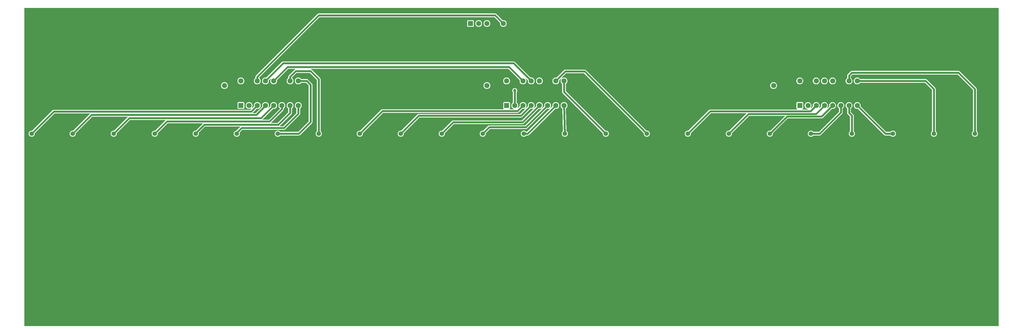
<source format=gbl>
G04 Layer: BottomLayer*
G04 EasyEDA v6.5.43, 2024-08-28 13:52:04*
G04 cb6e2e9fbd21486d88ae5690d2d3dc00,10*
G04 Gerber Generator version 0.2*
G04 Scale: 100 percent, Rotated: No, Reflected: No *
G04 Dimensions in millimeters *
G04 leading zeros omitted , absolute positions ,4 integer and 5 decimal *
%FSLAX45Y45*%
%MOMM*%

%ADD10C,0.6000*%
%ADD11C,1.6000*%
%ADD12R,1.6000X1.6000*%
%ADD13C,1.5748*%
%ADD14R,1.5748X1.5748*%
%ADD15C,1.4000*%
%ADD16C,1.0000*%
%ADD17C,0.9000*%
%ADD18C,0.0160*%

%LPD*%
G36*
X290068Y-2768092D02*
G01*
X286156Y-2767330D01*
X282905Y-2765094D01*
X280670Y-2761843D01*
X279908Y-2757932D01*
X279908Y7075931D01*
X280670Y7079843D01*
X282905Y7083094D01*
X286156Y7085330D01*
X290068Y7086092D01*
X30443932Y7086092D01*
X30447843Y7085330D01*
X30451094Y7083094D01*
X30453330Y7079843D01*
X30454092Y7075931D01*
X30454092Y-2757932D01*
X30453330Y-2761843D01*
X30451094Y-2765094D01*
X30447843Y-2767330D01*
X30443932Y-2768092D01*
G37*

%LPC*%
G36*
X17018000Y3096107D02*
G01*
X17031055Y3097022D01*
X17043857Y3099663D01*
X17056201Y3104083D01*
X17067834Y3110077D01*
X17078502Y3117646D01*
X17088053Y3126536D01*
X17096333Y3136696D01*
X17103140Y3147872D01*
X17108373Y3159912D01*
X17111878Y3172510D01*
X17113656Y3185464D01*
X17113656Y3198571D01*
X17111878Y3211525D01*
X17108373Y3224123D01*
X17103140Y3236112D01*
X17096333Y3247288D01*
X17088053Y3257448D01*
X17078502Y3266389D01*
X17075759Y3268319D01*
X17073524Y3270503D01*
X17072051Y3273247D01*
X17071492Y3276346D01*
X17051274Y3970426D01*
X17051731Y3973779D01*
X17053306Y3976827D01*
X17067428Y3989120D01*
X17076572Y3999534D01*
X17084243Y4011066D01*
X17090390Y4023512D01*
X17094860Y4036618D01*
X17097552Y4050182D01*
X17098467Y4064000D01*
X17097552Y4077817D01*
X17094860Y4091432D01*
X17090390Y4104538D01*
X17084243Y4116933D01*
X17076572Y4128465D01*
X17067428Y4138879D01*
X17057014Y4148023D01*
X17045482Y4155694D01*
X17033087Y4161840D01*
X17019981Y4166311D01*
X17006366Y4169003D01*
X16992549Y4169918D01*
X16978731Y4169003D01*
X16965168Y4166311D01*
X16952061Y4161840D01*
X16939615Y4155694D01*
X16928084Y4148023D01*
X16917670Y4138879D01*
X16908576Y4128465D01*
X16900855Y4116933D01*
X16894759Y4104538D01*
X16890288Y4091432D01*
X16887596Y4077817D01*
X16886682Y4064000D01*
X16887596Y4050182D01*
X16890288Y4036618D01*
X16894759Y4023512D01*
X16900855Y4011066D01*
X16908576Y3999534D01*
X16917670Y3989120D01*
X16928084Y3980027D01*
X16934992Y3975404D01*
X16937329Y3973220D01*
X16938904Y3970426D01*
X16939463Y3967276D01*
X16959681Y3273145D01*
X16958919Y3268979D01*
X16956481Y3265424D01*
X16947946Y3257448D01*
X16939666Y3247288D01*
X16932859Y3236112D01*
X16927677Y3224123D01*
X16924121Y3211525D01*
X16922343Y3198571D01*
X16922343Y3185464D01*
X16924121Y3172510D01*
X16927677Y3159912D01*
X16932859Y3147872D01*
X16939666Y3136696D01*
X16947946Y3126536D01*
X16957497Y3117646D01*
X16968165Y3110077D01*
X16979798Y3104083D01*
X16992142Y3099663D01*
X17004944Y3097022D01*
G37*
G36*
X25907949Y3096107D02*
G01*
X25921004Y3097022D01*
X25933806Y3099663D01*
X25946150Y3104032D01*
X25957784Y3110077D01*
X25968452Y3117646D01*
X25978002Y3126536D01*
X25986282Y3136696D01*
X25993090Y3147872D01*
X25998322Y3159912D01*
X26001827Y3172510D01*
X26003605Y3185464D01*
X26003605Y3198520D01*
X26001827Y3211525D01*
X25998322Y3224123D01*
X25993090Y3236112D01*
X25986282Y3247288D01*
X25978002Y3257448D01*
X25965912Y3268827D01*
X25964438Y3271672D01*
X25963930Y3274872D01*
X25963930Y3746296D01*
X25963676Y3751376D01*
X25963067Y3756202D01*
X25962000Y3760978D01*
X25960527Y3765600D01*
X25958647Y3770122D01*
X25956412Y3774440D01*
X25953770Y3778554D01*
X25950824Y3782415D01*
X25947370Y3786174D01*
X25877977Y3855567D01*
X25875792Y3858869D01*
X25875030Y3862781D01*
X25875030Y3968902D01*
X25875538Y3972153D01*
X25877113Y3975100D01*
X25879501Y3977335D01*
X25883514Y3980027D01*
X25893928Y3989120D01*
X25903072Y3999534D01*
X25910743Y4011066D01*
X25916890Y4023512D01*
X25921360Y4036618D01*
X25924052Y4050182D01*
X25924967Y4064000D01*
X25924052Y4077817D01*
X25921360Y4091432D01*
X25916890Y4104538D01*
X25910743Y4116984D01*
X25903072Y4128465D01*
X25893928Y4138879D01*
X25883514Y4148023D01*
X25871982Y4155694D01*
X25859587Y4161840D01*
X25846481Y4166311D01*
X25832866Y4169003D01*
X25819049Y4169918D01*
X25805231Y4169003D01*
X25791668Y4166311D01*
X25778561Y4161840D01*
X25766115Y4155694D01*
X25754584Y4148023D01*
X25744170Y4138879D01*
X25735076Y4128465D01*
X25727355Y4116984D01*
X25721259Y4104538D01*
X25716788Y4091432D01*
X25714096Y4077817D01*
X25713182Y4064000D01*
X25714096Y4050182D01*
X25716788Y4036618D01*
X25721259Y4023512D01*
X25727355Y4011066D01*
X25735076Y3999534D01*
X25744170Y3989120D01*
X25754584Y3980027D01*
X25758698Y3977284D01*
X25761086Y3975049D01*
X25762661Y3972102D01*
X25763169Y3968851D01*
X25763169Y3835603D01*
X25763423Y3830523D01*
X25764032Y3825697D01*
X25765099Y3820922D01*
X25766572Y3816299D01*
X25768452Y3811778D01*
X25770687Y3807460D01*
X25773329Y3803345D01*
X25776275Y3799484D01*
X25779730Y3795725D01*
X25849122Y3726332D01*
X25851307Y3723030D01*
X25852069Y3719118D01*
X25852069Y3274923D01*
X25851561Y3271723D01*
X25850088Y3268878D01*
X25837896Y3257448D01*
X25829615Y3247288D01*
X25822808Y3236112D01*
X25817626Y3224123D01*
X25814070Y3211525D01*
X25812292Y3198520D01*
X25812292Y3185464D01*
X25814070Y3172510D01*
X25817626Y3159912D01*
X25822808Y3147872D01*
X25829615Y3136696D01*
X25837896Y3126536D01*
X25847446Y3117646D01*
X25858114Y3110077D01*
X25869747Y3104032D01*
X25882092Y3099663D01*
X25894893Y3097022D01*
G37*
G36*
X24638000Y3096107D02*
G01*
X24651055Y3097022D01*
X24663857Y3099663D01*
X24676201Y3104032D01*
X24687834Y3110077D01*
X24698502Y3117646D01*
X24708053Y3126536D01*
X24712777Y3132328D01*
X24716282Y3135122D01*
X24720651Y3136087D01*
X24908764Y3136087D01*
X24913844Y3136290D01*
X24918720Y3136950D01*
X24923445Y3138017D01*
X24928118Y3139440D01*
X24932640Y3141319D01*
X24936958Y3143605D01*
X24941072Y3146196D01*
X24944933Y3149193D01*
X24948692Y3152597D01*
X25604470Y3808425D01*
X25607924Y3812184D01*
X25610870Y3816045D01*
X25613512Y3820160D01*
X25615747Y3824478D01*
X25617627Y3828999D01*
X25619100Y3833622D01*
X25620167Y3838397D01*
X25620776Y3843223D01*
X25621030Y3848303D01*
X25621030Y3968902D01*
X25621538Y3972153D01*
X25623113Y3975100D01*
X25625501Y3977335D01*
X25629514Y3980027D01*
X25639928Y3989120D01*
X25649072Y3999534D01*
X25656743Y4011066D01*
X25662890Y4023512D01*
X25667360Y4036618D01*
X25670052Y4050182D01*
X25670967Y4064000D01*
X25670052Y4077817D01*
X25667360Y4091432D01*
X25662890Y4104538D01*
X25656743Y4116984D01*
X25649072Y4128465D01*
X25639928Y4138879D01*
X25629514Y4148023D01*
X25617982Y4155694D01*
X25605587Y4161840D01*
X25592481Y4166311D01*
X25578866Y4169003D01*
X25565049Y4169918D01*
X25551231Y4169003D01*
X25537668Y4166311D01*
X25524561Y4161840D01*
X25512115Y4155694D01*
X25500584Y4148023D01*
X25490170Y4138879D01*
X25481076Y4128465D01*
X25473355Y4116984D01*
X25467259Y4104538D01*
X25462788Y4091432D01*
X25460096Y4077817D01*
X25459182Y4064000D01*
X25460096Y4050182D01*
X25462788Y4036618D01*
X25467259Y4023512D01*
X25473355Y4011066D01*
X25481076Y3999534D01*
X25490170Y3989120D01*
X25500584Y3980027D01*
X25504698Y3977284D01*
X25507086Y3975049D01*
X25508661Y3972102D01*
X25509169Y3968851D01*
X25509169Y3875481D01*
X25508407Y3871569D01*
X25506222Y3868267D01*
X24888799Y3250895D01*
X24885497Y3248660D01*
X24881636Y3247898D01*
X24720651Y3247898D01*
X24716333Y3248863D01*
X24712777Y3251657D01*
X24708053Y3257448D01*
X24698502Y3266389D01*
X24687834Y3273907D01*
X24676201Y3279952D01*
X24663857Y3284321D01*
X24651055Y3287014D01*
X24638000Y3287877D01*
X24624944Y3287014D01*
X24612142Y3284321D01*
X24599798Y3279952D01*
X24588165Y3273907D01*
X24577497Y3266389D01*
X24567946Y3257448D01*
X24559666Y3247288D01*
X24552859Y3236112D01*
X24547677Y3224123D01*
X24544121Y3211525D01*
X24542343Y3198520D01*
X24542343Y3185464D01*
X24544121Y3172510D01*
X24547677Y3159912D01*
X24552859Y3147872D01*
X24559666Y3136696D01*
X24567946Y3126536D01*
X24577497Y3117646D01*
X24588165Y3110077D01*
X24599798Y3104032D01*
X24612142Y3099663D01*
X24624944Y3097022D01*
G37*
G36*
X27177949Y3096107D02*
G01*
X27191004Y3097022D01*
X27203806Y3099663D01*
X27216150Y3104032D01*
X27227784Y3110077D01*
X27238452Y3117646D01*
X27248002Y3126536D01*
X27256282Y3136696D01*
X27263089Y3147872D01*
X27268271Y3159912D01*
X27271827Y3172510D01*
X27273605Y3185464D01*
X27273605Y3198520D01*
X27271827Y3211525D01*
X27268271Y3224123D01*
X27263089Y3236112D01*
X27256282Y3247288D01*
X27248002Y3257448D01*
X27238452Y3266389D01*
X27227784Y3273907D01*
X27216150Y3279952D01*
X27203806Y3284321D01*
X27191004Y3287014D01*
X27177949Y3287877D01*
X27164893Y3287014D01*
X27152092Y3284321D01*
X27139747Y3279952D01*
X27128114Y3273907D01*
X27117446Y3266389D01*
X27107896Y3257448D01*
X27103171Y3251657D01*
X27099615Y3248863D01*
X27095297Y3247898D01*
X26972463Y3247898D01*
X26968602Y3248660D01*
X26965300Y3250895D01*
X26179881Y4036263D01*
X26177951Y4038955D01*
X26176986Y4042156D01*
X26177087Y4045458D01*
X26178052Y4050182D01*
X26178967Y4064000D01*
X26178052Y4077817D01*
X26175360Y4091432D01*
X26170889Y4104538D01*
X26164743Y4116984D01*
X26157072Y4128465D01*
X26147928Y4138879D01*
X26137514Y4148023D01*
X26125982Y4155694D01*
X26113587Y4161840D01*
X26100481Y4166311D01*
X26086866Y4169003D01*
X26073049Y4169918D01*
X26059231Y4169003D01*
X26045668Y4166311D01*
X26032561Y4161840D01*
X26020115Y4155694D01*
X26008584Y4148023D01*
X25998170Y4138879D01*
X25989076Y4128465D01*
X25981355Y4116984D01*
X25975259Y4104538D01*
X25970788Y4091432D01*
X25968096Y4077817D01*
X25967182Y4064000D01*
X25968096Y4050182D01*
X25970788Y4036618D01*
X25975259Y4023512D01*
X25981355Y4011066D01*
X25989076Y3999534D01*
X25998170Y3989120D01*
X26008584Y3980027D01*
X26020115Y3972306D01*
X26032561Y3966210D01*
X26045668Y3961739D01*
X26059231Y3959047D01*
X26073049Y3958132D01*
X26086866Y3959047D01*
X26091642Y3960012D01*
X26094943Y3960114D01*
X26098144Y3959148D01*
X26100836Y3957218D01*
X26905407Y3152597D01*
X26909166Y3149193D01*
X26913027Y3146196D01*
X26917142Y3143605D01*
X26921460Y3141319D01*
X26925981Y3139440D01*
X26930654Y3138017D01*
X26935379Y3136950D01*
X26940256Y3136290D01*
X26945336Y3136087D01*
X27095297Y3136087D01*
X27099666Y3135122D01*
X27103171Y3132328D01*
X27107896Y3126536D01*
X27117446Y3117646D01*
X27128114Y3110077D01*
X27139747Y3104032D01*
X27152092Y3099663D01*
X27164893Y3097022D01*
G37*
G36*
X8128000Y3096107D02*
G01*
X8141055Y3097022D01*
X8153857Y3099663D01*
X8166201Y3104032D01*
X8177784Y3110077D01*
X8188502Y3117646D01*
X8198053Y3126536D01*
X8202777Y3132378D01*
X8206282Y3135122D01*
X8210651Y3136087D01*
X8779814Y3136087D01*
X8784894Y3136341D01*
X8789720Y3136950D01*
X8794496Y3138017D01*
X8799118Y3139490D01*
X8803640Y3141370D01*
X8807958Y3143605D01*
X8812072Y3146247D01*
X8815933Y3149193D01*
X8819692Y3152648D01*
X9183370Y3516325D01*
X9186824Y3520084D01*
X9189770Y3523945D01*
X9192412Y3528060D01*
X9194647Y3532378D01*
X9196527Y3536899D01*
X9198000Y3541522D01*
X9199067Y3546297D01*
X9199676Y3551123D01*
X9199930Y3556203D01*
X9199880Y4700574D01*
X9198660Y4710582D01*
X9195816Y4719929D01*
X9191396Y4728616D01*
X9185249Y4736744D01*
X9071559Y4863084D01*
X9064091Y4869992D01*
X9055963Y4875326D01*
X9046972Y4879136D01*
X9037421Y4881321D01*
X9029344Y4881930D01*
X8858097Y4881930D01*
X8854846Y4882438D01*
X8851950Y4884013D01*
X8849664Y4886401D01*
X8846972Y4890465D01*
X8837828Y4900879D01*
X8827414Y4910023D01*
X8815882Y4917694D01*
X8803487Y4923840D01*
X8790381Y4928311D01*
X8776766Y4931003D01*
X8762949Y4931918D01*
X8749131Y4931003D01*
X8735568Y4928311D01*
X8722461Y4923840D01*
X8710015Y4917694D01*
X8698484Y4910023D01*
X8688070Y4900879D01*
X8678976Y4890465D01*
X8671255Y4878933D01*
X8665159Y4866538D01*
X8660688Y4853432D01*
X8657996Y4839817D01*
X8657082Y4826000D01*
X8657996Y4812182D01*
X8660688Y4798618D01*
X8665159Y4785512D01*
X8671255Y4773066D01*
X8678976Y4761534D01*
X8688070Y4751120D01*
X8698484Y4742027D01*
X8710015Y4734306D01*
X8722461Y4728159D01*
X8735568Y4723739D01*
X8749131Y4721047D01*
X8762949Y4720132D01*
X8776766Y4721047D01*
X8790381Y4723739D01*
X8803487Y4728159D01*
X8815882Y4734306D01*
X8827414Y4742027D01*
X8837828Y4751120D01*
X8846972Y4761534D01*
X8849664Y4765598D01*
X8851900Y4767986D01*
X8854846Y4769561D01*
X8858097Y4770069D01*
X9000286Y4770069D01*
X9004401Y4769205D01*
X9007805Y4766716D01*
X9085478Y4680458D01*
X9087408Y4677308D01*
X9088069Y4673650D01*
X9088069Y3583381D01*
X9087307Y3579469D01*
X9085122Y3576167D01*
X8759850Y3250895D01*
X8756548Y3248710D01*
X8752636Y3247948D01*
X8210651Y3247948D01*
X8206282Y3248914D01*
X8202777Y3251657D01*
X8198053Y3257448D01*
X8188502Y3266389D01*
X8177784Y3273907D01*
X8166201Y3279952D01*
X8153857Y3284321D01*
X8141055Y3287014D01*
X8128000Y3287877D01*
X8114944Y3287014D01*
X8102092Y3284321D01*
X8089798Y3279952D01*
X8078165Y3273907D01*
X8067497Y3266389D01*
X8057896Y3257448D01*
X8049666Y3247288D01*
X8042859Y3236112D01*
X8037626Y3224123D01*
X8034121Y3211525D01*
X8032343Y3198520D01*
X8032343Y3185464D01*
X8034121Y3172510D01*
X8037626Y3159912D01*
X8042859Y3147872D01*
X8049666Y3136696D01*
X8057896Y3126536D01*
X8067497Y3117646D01*
X8078165Y3110077D01*
X8089798Y3104032D01*
X8102092Y3099663D01*
X8114944Y3097022D01*
G37*
G36*
X28447949Y3096107D02*
G01*
X28461004Y3097022D01*
X28473806Y3099663D01*
X28486150Y3104032D01*
X28497784Y3110077D01*
X28508452Y3117596D01*
X28518002Y3126536D01*
X28526282Y3136696D01*
X28533089Y3147872D01*
X28538271Y3159861D01*
X28541827Y3172510D01*
X28543605Y3185464D01*
X28543605Y3198520D01*
X28541827Y3211525D01*
X28538271Y3224123D01*
X28533089Y3236112D01*
X28526282Y3247288D01*
X28518002Y3257448D01*
X28505912Y3268776D01*
X28504438Y3271672D01*
X28503930Y3274872D01*
X28503930Y4571796D01*
X28503676Y4576876D01*
X28503067Y4581702D01*
X28502000Y4586478D01*
X28500527Y4591100D01*
X28498647Y4595622D01*
X28496412Y4599940D01*
X28493770Y4604054D01*
X28490824Y4607915D01*
X28487370Y4611674D01*
X28233674Y4865370D01*
X28229915Y4868824D01*
X28226054Y4871770D01*
X28221939Y4874412D01*
X28217622Y4876647D01*
X28213100Y4878527D01*
X28208477Y4880000D01*
X28203702Y4881067D01*
X28198876Y4881676D01*
X28193796Y4881930D01*
X26168248Y4881930D01*
X26164946Y4882438D01*
X26162050Y4884013D01*
X26159764Y4886401D01*
X26157072Y4890465D01*
X26147928Y4900879D01*
X26137514Y4910023D01*
X26125982Y4917694D01*
X26113587Y4923840D01*
X26100481Y4928311D01*
X26086866Y4931003D01*
X26073049Y4931918D01*
X26059231Y4931003D01*
X26045668Y4928311D01*
X26032561Y4923840D01*
X26020115Y4917694D01*
X26008584Y4910023D01*
X25998170Y4900879D01*
X25989076Y4890465D01*
X25981355Y4878984D01*
X25975259Y4866538D01*
X25970788Y4853432D01*
X25968096Y4839817D01*
X25967182Y4826000D01*
X25968096Y4812182D01*
X25970788Y4798618D01*
X25975259Y4785512D01*
X25981355Y4773066D01*
X25989076Y4761534D01*
X25998170Y4751120D01*
X26008584Y4742027D01*
X26020115Y4734306D01*
X26032561Y4728210D01*
X26045668Y4723739D01*
X26059231Y4721047D01*
X26073049Y4720132D01*
X26086866Y4721047D01*
X26100481Y4723739D01*
X26113587Y4728210D01*
X26125982Y4734306D01*
X26137514Y4742027D01*
X26147928Y4751120D01*
X26157072Y4761534D01*
X26159764Y4765598D01*
X26162000Y4767986D01*
X26164946Y4769561D01*
X26168197Y4770069D01*
X28166618Y4770069D01*
X28170530Y4769307D01*
X28173832Y4767122D01*
X28389122Y4551832D01*
X28391307Y4548530D01*
X28392069Y4544618D01*
X28392069Y3274923D01*
X28391561Y3271723D01*
X28390088Y3268878D01*
X28377845Y3257448D01*
X28369615Y3247288D01*
X28362808Y3236112D01*
X28357576Y3224123D01*
X28354070Y3211525D01*
X28352292Y3198520D01*
X28352292Y3185464D01*
X28354070Y3172510D01*
X28357576Y3159861D01*
X28362808Y3147872D01*
X28369615Y3136696D01*
X28377845Y3126536D01*
X28387446Y3117596D01*
X28398114Y3110077D01*
X28409747Y3104032D01*
X28422092Y3099663D01*
X28434893Y3097022D01*
G37*
G36*
X20828000Y3096107D02*
G01*
X20841055Y3097022D01*
X20853857Y3099663D01*
X20866201Y3104032D01*
X20877834Y3110077D01*
X20888502Y3117646D01*
X20898053Y3126536D01*
X20906333Y3136696D01*
X20913140Y3147872D01*
X20918373Y3159912D01*
X20921878Y3172510D01*
X20923656Y3185464D01*
X20923656Y3198520D01*
X20923148Y3202381D01*
X20923199Y3205480D01*
X20924164Y3208426D01*
X20925993Y3210966D01*
X21539149Y3824071D01*
X21542451Y3826306D01*
X21546362Y3827068D01*
X22629469Y3827068D01*
X22633381Y3826306D01*
X22636683Y3824071D01*
X22638867Y3820769D01*
X22639629Y3816908D01*
X22638867Y3812997D01*
X22636683Y3809746D01*
X22116999Y3290062D01*
X22113392Y3287725D01*
X22109125Y3287115D01*
X22098000Y3287877D01*
X22084944Y3287014D01*
X22072142Y3284321D01*
X22059798Y3279952D01*
X22048165Y3273907D01*
X22037497Y3266389D01*
X22027946Y3257448D01*
X22019666Y3247288D01*
X22012859Y3236112D01*
X22007677Y3224123D01*
X22004121Y3211525D01*
X22002343Y3198520D01*
X22002343Y3185464D01*
X22004121Y3172510D01*
X22007677Y3159912D01*
X22012859Y3147872D01*
X22019666Y3136696D01*
X22027946Y3126536D01*
X22037497Y3117646D01*
X22048165Y3110077D01*
X22059798Y3104032D01*
X22072142Y3099663D01*
X22084944Y3097022D01*
X22098000Y3096107D01*
X22111055Y3097022D01*
X22123857Y3099663D01*
X22136201Y3104032D01*
X22147834Y3110077D01*
X22158502Y3117646D01*
X22168053Y3126536D01*
X22176333Y3136696D01*
X22183140Y3147872D01*
X22188373Y3159912D01*
X22191878Y3172510D01*
X22193656Y3185464D01*
X22193656Y3198520D01*
X22193148Y3202381D01*
X22193199Y3205480D01*
X22194164Y3208426D01*
X22195993Y3210966D01*
X22727564Y3742486D01*
X22730866Y3744722D01*
X22734778Y3745484D01*
X23822202Y3745484D01*
X23826063Y3744722D01*
X23829365Y3742486D01*
X23831550Y3739184D01*
X23832362Y3735324D01*
X23831550Y3731412D01*
X23829365Y3728161D01*
X23390860Y3289655D01*
X23388167Y3287674D01*
X23384967Y3286760D01*
X23368000Y3287877D01*
X23354944Y3287014D01*
X23342142Y3284321D01*
X23329798Y3279952D01*
X23318165Y3273907D01*
X23307497Y3266389D01*
X23297946Y3257448D01*
X23289666Y3247288D01*
X23282859Y3236112D01*
X23277677Y3224123D01*
X23274121Y3211525D01*
X23272343Y3198520D01*
X23272343Y3185464D01*
X23274121Y3172510D01*
X23277677Y3159912D01*
X23282859Y3147872D01*
X23289666Y3136696D01*
X23297946Y3126536D01*
X23307497Y3117646D01*
X23318165Y3110077D01*
X23329798Y3104032D01*
X23342142Y3099663D01*
X23354944Y3097022D01*
X23368000Y3096107D01*
X23381055Y3097022D01*
X23393857Y3099663D01*
X23406201Y3104032D01*
X23417834Y3110077D01*
X23428502Y3117646D01*
X23438053Y3126536D01*
X23446333Y3136696D01*
X23453140Y3147872D01*
X23458373Y3159912D01*
X23461878Y3172510D01*
X23463656Y3185464D01*
X23463707Y3201720D01*
X23464672Y3204667D01*
X23466552Y3207156D01*
X23921567Y3662222D01*
X23924869Y3664407D01*
X23928781Y3665169D01*
X24967996Y3665169D01*
X24973076Y3665423D01*
X24977902Y3666032D01*
X24982678Y3667099D01*
X24987300Y3668572D01*
X24991822Y3670452D01*
X24996140Y3672687D01*
X25000254Y3675329D01*
X25004115Y3678275D01*
X25007874Y3681729D01*
X25283363Y3957218D01*
X25286055Y3959098D01*
X25289205Y3960063D01*
X25292507Y3959961D01*
X25297231Y3959047D01*
X25311049Y3958132D01*
X25324866Y3959047D01*
X25338481Y3961739D01*
X25351587Y3966210D01*
X25363982Y3972306D01*
X25375514Y3980027D01*
X25385928Y3989120D01*
X25395072Y3999534D01*
X25402743Y4011066D01*
X25408890Y4023512D01*
X25413360Y4036618D01*
X25416052Y4050182D01*
X25416967Y4064000D01*
X25416052Y4077817D01*
X25413360Y4091432D01*
X25408890Y4104538D01*
X25402743Y4116984D01*
X25395072Y4128465D01*
X25385928Y4138879D01*
X25375514Y4148023D01*
X25363982Y4155694D01*
X25351587Y4161840D01*
X25338481Y4166311D01*
X25324866Y4169003D01*
X25311049Y4169918D01*
X25297231Y4169003D01*
X25283668Y4166311D01*
X25270561Y4161840D01*
X25258115Y4155694D01*
X25246584Y4148023D01*
X25236170Y4138879D01*
X25227076Y4128465D01*
X25219355Y4116984D01*
X25213259Y4104538D01*
X25208788Y4091432D01*
X25206096Y4077817D01*
X25205182Y4064000D01*
X25206096Y4050182D01*
X25207061Y4045407D01*
X25207163Y4042105D01*
X25206198Y4038904D01*
X25204267Y4036212D01*
X25160579Y3992575D01*
X25157023Y3990238D01*
X25152858Y3989628D01*
X25148743Y3990746D01*
X25145492Y3993438D01*
X25143561Y3997198D01*
X25143409Y4001465D01*
X25144984Y4005376D01*
X25148743Y4011066D01*
X25154890Y4023512D01*
X25159360Y4036618D01*
X25162052Y4050182D01*
X25162967Y4064000D01*
X25162052Y4077817D01*
X25159360Y4091432D01*
X25154890Y4104538D01*
X25148743Y4116984D01*
X25141072Y4128465D01*
X25131928Y4138879D01*
X25121514Y4148023D01*
X25109982Y4155694D01*
X25097587Y4161840D01*
X25084481Y4166311D01*
X25070866Y4169003D01*
X25057049Y4169918D01*
X25043231Y4169003D01*
X25029668Y4166311D01*
X25016561Y4161840D01*
X25004115Y4155694D01*
X24992584Y4148023D01*
X24982170Y4138879D01*
X24973076Y4128465D01*
X24965355Y4116984D01*
X24959259Y4104538D01*
X24954788Y4091432D01*
X24952096Y4077817D01*
X24951182Y4064000D01*
X24952096Y4050182D01*
X24953061Y4045407D01*
X24953163Y4042105D01*
X24952198Y4038904D01*
X24950267Y4036212D01*
X24906579Y3992575D01*
X24903023Y3990238D01*
X24898858Y3989628D01*
X24894743Y3990746D01*
X24891492Y3993438D01*
X24889561Y3997198D01*
X24889409Y4001465D01*
X24890984Y4005376D01*
X24894743Y4011066D01*
X24900890Y4023512D01*
X24905360Y4036618D01*
X24908052Y4050182D01*
X24908967Y4064000D01*
X24908052Y4077817D01*
X24905360Y4091432D01*
X24900890Y4104538D01*
X24894743Y4116984D01*
X24887072Y4128465D01*
X24877928Y4138879D01*
X24867514Y4148023D01*
X24855982Y4155694D01*
X24843587Y4161840D01*
X24830481Y4166311D01*
X24816866Y4169003D01*
X24803049Y4169918D01*
X24789231Y4169003D01*
X24775668Y4166311D01*
X24762561Y4161840D01*
X24750115Y4155694D01*
X24738584Y4148023D01*
X24728170Y4138879D01*
X24719076Y4128465D01*
X24711355Y4116984D01*
X24705259Y4104538D01*
X24700788Y4091432D01*
X24698096Y4077817D01*
X24697182Y4064000D01*
X24698096Y4050182D01*
X24699061Y4045407D01*
X24699163Y4042105D01*
X24698198Y4038904D01*
X24696267Y4036212D01*
X24652579Y3992575D01*
X24649023Y3990238D01*
X24644858Y3989628D01*
X24640743Y3990746D01*
X24637492Y3993438D01*
X24635561Y3997198D01*
X24635409Y4001465D01*
X24636984Y4005376D01*
X24640743Y4011066D01*
X24646890Y4023512D01*
X24651360Y4036618D01*
X24654052Y4050182D01*
X24654967Y4064000D01*
X24654052Y4077817D01*
X24651360Y4091432D01*
X24646890Y4104538D01*
X24640743Y4116984D01*
X24633072Y4128465D01*
X24623928Y4138879D01*
X24613514Y4148023D01*
X24601982Y4155694D01*
X24589587Y4161840D01*
X24576481Y4166311D01*
X24562866Y4169003D01*
X24549049Y4169918D01*
X24535231Y4169003D01*
X24521668Y4166311D01*
X24508561Y4161840D01*
X24496115Y4155694D01*
X24484584Y4148023D01*
X24474170Y4138879D01*
X24465076Y4128465D01*
X24457355Y4116984D01*
X24451259Y4104538D01*
X24446788Y4091432D01*
X24444096Y4077817D01*
X24443182Y4064000D01*
X24444096Y4050182D01*
X24446788Y4036618D01*
X24451259Y4023512D01*
X24457355Y4011066D01*
X24465076Y3999534D01*
X24474170Y3989120D01*
X24484584Y3980027D01*
X24496115Y3972306D01*
X24508561Y3966210D01*
X24521668Y3961739D01*
X24535384Y3958996D01*
X24539295Y3957320D01*
X24542191Y3954221D01*
X24543512Y3950157D01*
X24543105Y3945940D01*
X24540972Y3942283D01*
X24537568Y3939743D01*
X24533402Y3938879D01*
X24383695Y3938879D01*
X24379732Y3939692D01*
X24376380Y3941978D01*
X24374246Y3945382D01*
X24373535Y3949344D01*
X24374500Y3953306D01*
X24376888Y3956558D01*
X24380342Y3958640D01*
X24386286Y3960723D01*
X24391213Y3963822D01*
X24395277Y3967886D01*
X24398376Y3972814D01*
X24400306Y3978249D01*
X24401018Y3984548D01*
X24401018Y4143451D01*
X24400306Y4149750D01*
X24398376Y4155236D01*
X24395277Y4160113D01*
X24391213Y4164228D01*
X24386286Y4167276D01*
X24380850Y4169206D01*
X24374500Y4169918D01*
X24215648Y4169918D01*
X24209349Y4169206D01*
X24203863Y4167276D01*
X24198986Y4164228D01*
X24194871Y4160113D01*
X24191823Y4155236D01*
X24189893Y4149750D01*
X24189182Y4143451D01*
X24189182Y3984548D01*
X24189893Y3978249D01*
X24191823Y3972814D01*
X24194871Y3967886D01*
X24198986Y3963822D01*
X24203863Y3960723D01*
X24209857Y3958640D01*
X24213312Y3956558D01*
X24215699Y3953306D01*
X24216664Y3949344D01*
X24215953Y3945382D01*
X24213769Y3941978D01*
X24210467Y3939692D01*
X24206504Y3938879D01*
X21519184Y3938879D01*
X21514104Y3938676D01*
X21509278Y3938015D01*
X21504503Y3936949D01*
X21499880Y3935476D01*
X21495359Y3933647D01*
X21491041Y3931361D01*
X21486926Y3928770D01*
X21483066Y3925773D01*
X21479306Y3922369D01*
X20846999Y3290062D01*
X20843392Y3287725D01*
X20839125Y3287115D01*
X20828000Y3287877D01*
X20814944Y3287014D01*
X20802142Y3284321D01*
X20789798Y3279952D01*
X20778165Y3273907D01*
X20767497Y3266389D01*
X20757946Y3257448D01*
X20749666Y3247288D01*
X20742859Y3236112D01*
X20737677Y3224123D01*
X20734121Y3211525D01*
X20732343Y3198520D01*
X20732343Y3185464D01*
X20734121Y3172510D01*
X20737677Y3159912D01*
X20742859Y3147872D01*
X20749666Y3136696D01*
X20757946Y3126536D01*
X20767497Y3117646D01*
X20778165Y3110077D01*
X20789798Y3104032D01*
X20802142Y3099663D01*
X20814944Y3097022D01*
G37*
G36*
X18288000Y3096107D02*
G01*
X18301055Y3097022D01*
X18313857Y3099663D01*
X18326201Y3104083D01*
X18337834Y3110077D01*
X18348502Y3117646D01*
X18358053Y3126536D01*
X18366333Y3136696D01*
X18373140Y3147872D01*
X18378373Y3159912D01*
X18381878Y3172510D01*
X18383656Y3185464D01*
X18383656Y3198571D01*
X18381878Y3211525D01*
X18378373Y3224123D01*
X18373140Y3236112D01*
X18366333Y3247288D01*
X18358053Y3257448D01*
X18348502Y3266389D01*
X18337834Y3273907D01*
X18326201Y3279952D01*
X18313857Y3284321D01*
X18301055Y3287014D01*
X18288000Y3287877D01*
X18276874Y3287115D01*
X18272607Y3287725D01*
X18269000Y3290062D01*
X17051477Y4507585D01*
X17049292Y4510887D01*
X17048530Y4514748D01*
X17048530Y4730902D01*
X17049038Y4734153D01*
X17050613Y4737049D01*
X17053001Y4739335D01*
X17057014Y4742027D01*
X17067428Y4751120D01*
X17076572Y4761534D01*
X17084243Y4773066D01*
X17090390Y4785512D01*
X17094860Y4798618D01*
X17097552Y4812182D01*
X17098467Y4826000D01*
X17097552Y4839817D01*
X17094860Y4853432D01*
X17090390Y4866538D01*
X17084243Y4878933D01*
X17076572Y4890465D01*
X17067428Y4900879D01*
X17057014Y4910023D01*
X17045482Y4917694D01*
X17033087Y4923840D01*
X17019981Y4928311D01*
X17006366Y4931003D01*
X16992549Y4931918D01*
X16978731Y4931003D01*
X16965168Y4928311D01*
X16952061Y4923840D01*
X16939615Y4917694D01*
X16934230Y4914138D01*
X16930319Y4912563D01*
X16926052Y4912715D01*
X16922242Y4914595D01*
X16919549Y4917897D01*
X16918432Y4922012D01*
X16919092Y4926177D01*
X16921429Y4929733D01*
X17050867Y5059222D01*
X17054169Y5061407D01*
X17058081Y5062169D01*
X17604536Y5062169D01*
X17608397Y5061407D01*
X17611699Y5059222D01*
X19460006Y3210966D01*
X19461835Y3208426D01*
X19462800Y3205480D01*
X19462851Y3202381D01*
X19462343Y3198520D01*
X19462343Y3185464D01*
X19464121Y3172510D01*
X19467677Y3159912D01*
X19472859Y3147872D01*
X19479666Y3136696D01*
X19487946Y3126536D01*
X19497497Y3117646D01*
X19508165Y3110077D01*
X19519798Y3104032D01*
X19532142Y3099663D01*
X19544944Y3097022D01*
X19558000Y3096107D01*
X19571055Y3097022D01*
X19583857Y3099663D01*
X19596201Y3104032D01*
X19607834Y3110077D01*
X19618502Y3117646D01*
X19628053Y3126536D01*
X19636333Y3136696D01*
X19643140Y3147872D01*
X19648373Y3159912D01*
X19651878Y3172510D01*
X19653656Y3185464D01*
X19653656Y3198520D01*
X19651878Y3211525D01*
X19648373Y3224123D01*
X19643140Y3236112D01*
X19636333Y3247288D01*
X19628053Y3257448D01*
X19618502Y3266389D01*
X19607834Y3273907D01*
X19596201Y3279952D01*
X19583857Y3284321D01*
X19571055Y3287014D01*
X19558000Y3287877D01*
X19546874Y3287115D01*
X19542607Y3287725D01*
X19539000Y3290062D01*
X17671592Y5157470D01*
X17667833Y5160924D01*
X17663972Y5163870D01*
X17659858Y5166512D01*
X17655540Y5168747D01*
X17651018Y5170627D01*
X17646345Y5172100D01*
X17641620Y5173167D01*
X17636744Y5173776D01*
X17631664Y5174030D01*
X17030903Y5174030D01*
X17025823Y5173776D01*
X17020997Y5173167D01*
X17016222Y5172100D01*
X17011599Y5170627D01*
X17007078Y5168747D01*
X17002760Y5166512D01*
X16998645Y5163870D01*
X16994784Y5160924D01*
X16991025Y5157470D01*
X16766336Y4932832D01*
X16763644Y4930902D01*
X16760494Y4929936D01*
X16757192Y4930038D01*
X16752366Y4931003D01*
X16738549Y4931918D01*
X16724731Y4931003D01*
X16711168Y4928311D01*
X16698061Y4923840D01*
X16685615Y4917694D01*
X16674084Y4910023D01*
X16663669Y4900879D01*
X16654576Y4890465D01*
X16646855Y4878933D01*
X16640759Y4866538D01*
X16636288Y4853432D01*
X16633596Y4839817D01*
X16632682Y4826000D01*
X16633596Y4812182D01*
X16636288Y4798618D01*
X16640759Y4785512D01*
X16646855Y4773066D01*
X16654576Y4761534D01*
X16663669Y4751120D01*
X16674084Y4742027D01*
X16685615Y4734306D01*
X16698061Y4728159D01*
X16711168Y4723739D01*
X16724731Y4721047D01*
X16738549Y4720132D01*
X16752366Y4721047D01*
X16765981Y4723739D01*
X16779087Y4728159D01*
X16791482Y4734306D01*
X16803014Y4742027D01*
X16813428Y4751120D01*
X16822572Y4761534D01*
X16830243Y4773066D01*
X16836390Y4785512D01*
X16840860Y4798618D01*
X16843552Y4812182D01*
X16844467Y4826000D01*
X16843552Y4839817D01*
X16842587Y4844542D01*
X16842486Y4847844D01*
X16843451Y4851044D01*
X16845381Y4853736D01*
X16888815Y4897170D01*
X16892371Y4899456D01*
X16896588Y4900117D01*
X16900652Y4898999D01*
X16903954Y4896307D01*
X16905833Y4892497D01*
X16906036Y4888280D01*
X16904462Y4884318D01*
X16900855Y4878933D01*
X16894759Y4866538D01*
X16890288Y4853432D01*
X16887596Y4839817D01*
X16886682Y4826000D01*
X16887596Y4812182D01*
X16890288Y4798618D01*
X16894759Y4785512D01*
X16900855Y4773066D01*
X16908576Y4761534D01*
X16917670Y4751120D01*
X16928084Y4742027D01*
X16932198Y4739284D01*
X16934586Y4736998D01*
X16936161Y4734102D01*
X16936669Y4730851D01*
X16936669Y4487621D01*
X16936923Y4482541D01*
X16937532Y4477664D01*
X16938599Y4472940D01*
X16940072Y4468266D01*
X16941952Y4463745D01*
X16944187Y4459427D01*
X16946829Y4455312D01*
X16949775Y4451451D01*
X16953230Y4447692D01*
X18190006Y3210966D01*
X18191835Y3208426D01*
X18192800Y3205480D01*
X18192851Y3202381D01*
X18192343Y3198571D01*
X18192343Y3185464D01*
X18194121Y3172510D01*
X18197677Y3159912D01*
X18202859Y3147872D01*
X18209666Y3136696D01*
X18217946Y3126536D01*
X18227497Y3117646D01*
X18238165Y3110077D01*
X18249798Y3104083D01*
X18262142Y3099663D01*
X18274944Y3097022D01*
G37*
G36*
X29717949Y3096107D02*
G01*
X29731004Y3097022D01*
X29743806Y3099663D01*
X29756150Y3104032D01*
X29767784Y3110077D01*
X29778452Y3117596D01*
X29788002Y3126536D01*
X29796282Y3136696D01*
X29803089Y3147872D01*
X29808271Y3159861D01*
X29811827Y3172510D01*
X29813605Y3185464D01*
X29813605Y3198520D01*
X29811827Y3211525D01*
X29808271Y3224123D01*
X29803089Y3236112D01*
X29796282Y3247288D01*
X29788002Y3257448D01*
X29775861Y3268827D01*
X29774388Y3271672D01*
X29773880Y3274872D01*
X29773930Y4571796D01*
X29773676Y4576876D01*
X29773067Y4581702D01*
X29772000Y4586478D01*
X29770527Y4591100D01*
X29768647Y4595622D01*
X29766412Y4599940D01*
X29763770Y4604054D01*
X29760824Y4607915D01*
X29757370Y4611674D01*
X29249674Y5119370D01*
X29245915Y5122824D01*
X29242054Y5125770D01*
X29237939Y5128412D01*
X29233622Y5130647D01*
X29229100Y5132527D01*
X29224477Y5134000D01*
X29219702Y5135067D01*
X29214876Y5135676D01*
X29209796Y5135930D01*
X25908203Y5135930D01*
X25903123Y5135676D01*
X25898297Y5135067D01*
X25893522Y5134000D01*
X25888899Y5132527D01*
X25884378Y5130647D01*
X25880060Y5128412D01*
X25875945Y5125770D01*
X25872084Y5122824D01*
X25868325Y5119370D01*
X25779730Y5030774D01*
X25776275Y5027015D01*
X25773329Y5023154D01*
X25770687Y5019040D01*
X25768452Y5014722D01*
X25766572Y5010200D01*
X25765099Y5005578D01*
X25764032Y5000802D01*
X25763423Y4995976D01*
X25763169Y4990896D01*
X25763169Y4921199D01*
X25762661Y4917948D01*
X25761086Y4915001D01*
X25758698Y4912766D01*
X25754584Y4910023D01*
X25744170Y4900879D01*
X25735076Y4890465D01*
X25727355Y4878984D01*
X25721259Y4866538D01*
X25716788Y4853432D01*
X25714096Y4839817D01*
X25713182Y4826000D01*
X25714096Y4812182D01*
X25716788Y4798618D01*
X25721259Y4785512D01*
X25727355Y4773066D01*
X25735076Y4761534D01*
X25744170Y4751120D01*
X25754584Y4742027D01*
X25766115Y4734306D01*
X25778561Y4728210D01*
X25791668Y4723739D01*
X25805231Y4721047D01*
X25819049Y4720132D01*
X25832866Y4721047D01*
X25846481Y4723739D01*
X25859587Y4728210D01*
X25871982Y4734306D01*
X25883514Y4742027D01*
X25893928Y4751120D01*
X25903072Y4761534D01*
X25910743Y4773066D01*
X25916890Y4785512D01*
X25921360Y4798618D01*
X25924052Y4812182D01*
X25924967Y4826000D01*
X25924052Y4839817D01*
X25921360Y4853432D01*
X25916890Y4866538D01*
X25910743Y4878984D01*
X25903072Y4890465D01*
X25893928Y4900879D01*
X25883514Y4910023D01*
X25879501Y4912715D01*
X25877113Y4914950D01*
X25875538Y4917897D01*
X25875030Y4921148D01*
X25875030Y4963718D01*
X25875792Y4967630D01*
X25877977Y4970932D01*
X25928167Y5021122D01*
X25931469Y5023307D01*
X25935381Y5024069D01*
X29182618Y5024069D01*
X29186530Y5023307D01*
X29189832Y5021122D01*
X29659122Y4551832D01*
X29661307Y4548530D01*
X29662069Y4544618D01*
X29662069Y3274872D01*
X29661510Y3271723D01*
X29660037Y3268827D01*
X29647845Y3257448D01*
X29639615Y3247288D01*
X29632808Y3236112D01*
X29627576Y3224123D01*
X29624070Y3211525D01*
X29622292Y3198520D01*
X29622292Y3185464D01*
X29624070Y3172510D01*
X29627576Y3159861D01*
X29632808Y3147872D01*
X29639615Y3136696D01*
X29647845Y3126536D01*
X29657446Y3117596D01*
X29668114Y3110077D01*
X29679747Y3104032D01*
X29692092Y3099663D01*
X29704893Y3097022D01*
G37*
G36*
X508000Y3096107D02*
G01*
X521055Y3097022D01*
X533857Y3099663D01*
X546201Y3104032D01*
X557834Y3110077D01*
X568502Y3117646D01*
X578053Y3126536D01*
X586333Y3136696D01*
X593140Y3147872D01*
X598373Y3159912D01*
X601878Y3172510D01*
X603656Y3185464D01*
X603656Y3198520D01*
X603148Y3202381D01*
X603199Y3205530D01*
X604164Y3208477D01*
X605993Y3210966D01*
X1209649Y3814622D01*
X1212951Y3816807D01*
X1216863Y3817569D01*
X2299970Y3817569D01*
X2303881Y3816807D01*
X2307183Y3814622D01*
X2309368Y3811320D01*
X2310130Y3807409D01*
X2309368Y3803548D01*
X2307183Y3800246D01*
X1796999Y3290062D01*
X1793392Y3287725D01*
X1789125Y3287115D01*
X1778000Y3287877D01*
X1764944Y3287014D01*
X1752142Y3284321D01*
X1739798Y3279952D01*
X1728165Y3273907D01*
X1717497Y3266389D01*
X1707946Y3257448D01*
X1699666Y3247288D01*
X1692859Y3236112D01*
X1687626Y3224123D01*
X1684121Y3211525D01*
X1682343Y3198520D01*
X1682343Y3185464D01*
X1684121Y3172510D01*
X1687626Y3159912D01*
X1692859Y3147872D01*
X1699666Y3136696D01*
X1707946Y3126536D01*
X1717497Y3117646D01*
X1728165Y3110077D01*
X1739798Y3104032D01*
X1752142Y3099663D01*
X1764944Y3097022D01*
X1778000Y3096107D01*
X1791055Y3097022D01*
X1803857Y3099663D01*
X1816201Y3104032D01*
X1827834Y3110077D01*
X1838502Y3117646D01*
X1848053Y3126536D01*
X1856333Y3136696D01*
X1863140Y3147872D01*
X1868322Y3159912D01*
X1871878Y3172510D01*
X1873656Y3185464D01*
X1873656Y3198520D01*
X1873148Y3202381D01*
X1873199Y3205480D01*
X1874164Y3208477D01*
X1875993Y3210966D01*
X2378049Y3713022D01*
X2381351Y3715207D01*
X2385263Y3715969D01*
X3468370Y3715969D01*
X3472281Y3715207D01*
X3475583Y3713022D01*
X3477768Y3709720D01*
X3478529Y3705809D01*
X3477768Y3701948D01*
X3475583Y3698646D01*
X3066999Y3290062D01*
X3063392Y3287725D01*
X3059125Y3287115D01*
X3048000Y3287877D01*
X3034944Y3287014D01*
X3022142Y3284321D01*
X3009798Y3279952D01*
X2998165Y3273907D01*
X2987497Y3266389D01*
X2977896Y3257448D01*
X2969666Y3247288D01*
X2962859Y3236112D01*
X2957626Y3224123D01*
X2954121Y3211525D01*
X2952343Y3198520D01*
X2952343Y3185464D01*
X2954121Y3172510D01*
X2957626Y3159912D01*
X2962859Y3147872D01*
X2969666Y3136696D01*
X2977896Y3126536D01*
X2987497Y3117646D01*
X2998165Y3110077D01*
X3009798Y3104032D01*
X3022142Y3099663D01*
X3034944Y3097022D01*
X3048000Y3096107D01*
X3061055Y3097022D01*
X3073857Y3099663D01*
X3086201Y3104032D01*
X3097834Y3110077D01*
X3108502Y3117646D01*
X3118053Y3126536D01*
X3126333Y3136696D01*
X3133140Y3147872D01*
X3138322Y3159912D01*
X3141878Y3172510D01*
X3143656Y3185464D01*
X3143656Y3198520D01*
X3143097Y3202381D01*
X3143199Y3205480D01*
X3144164Y3208426D01*
X3145993Y3210966D01*
X3546449Y3611422D01*
X3549751Y3613607D01*
X3553663Y3614369D01*
X4636770Y3614369D01*
X4640681Y3613607D01*
X4643983Y3611422D01*
X4646168Y3608120D01*
X4646930Y3604209D01*
X4646168Y3600348D01*
X4643983Y3597046D01*
X4336999Y3290062D01*
X4333392Y3287725D01*
X4329125Y3287115D01*
X4318000Y3287877D01*
X4304944Y3287014D01*
X4292142Y3284321D01*
X4279798Y3279952D01*
X4268165Y3273907D01*
X4257497Y3266389D01*
X4247896Y3257448D01*
X4239666Y3247288D01*
X4232859Y3236112D01*
X4227626Y3224123D01*
X4224121Y3211525D01*
X4222343Y3198520D01*
X4222343Y3185464D01*
X4224121Y3172510D01*
X4227626Y3159912D01*
X4232859Y3147872D01*
X4239666Y3136696D01*
X4247896Y3126536D01*
X4257497Y3117646D01*
X4268165Y3110077D01*
X4279798Y3104032D01*
X4292142Y3099663D01*
X4304944Y3097022D01*
X4318000Y3096107D01*
X4331055Y3097022D01*
X4343857Y3099663D01*
X4356201Y3104032D01*
X4367834Y3110077D01*
X4378502Y3117646D01*
X4388053Y3126536D01*
X4396333Y3136696D01*
X4403140Y3147872D01*
X4408322Y3159912D01*
X4411878Y3172510D01*
X4413656Y3185464D01*
X4413656Y3198520D01*
X4413148Y3202381D01*
X4413199Y3205480D01*
X4414164Y3208426D01*
X4415993Y3210966D01*
X4714849Y3509822D01*
X4718151Y3512007D01*
X4722063Y3512769D01*
X5792470Y3512769D01*
X5796381Y3512007D01*
X5799683Y3509822D01*
X5801868Y3506520D01*
X5802630Y3502609D01*
X5801868Y3498748D01*
X5799683Y3495446D01*
X5595112Y3290874D01*
X5592114Y3288792D01*
X5588609Y3287928D01*
X5574944Y3287014D01*
X5562142Y3284321D01*
X5549798Y3279952D01*
X5538165Y3273907D01*
X5527497Y3266389D01*
X5517896Y3257448D01*
X5509666Y3247288D01*
X5502859Y3236112D01*
X5497626Y3224123D01*
X5494121Y3211525D01*
X5492343Y3198520D01*
X5492343Y3185464D01*
X5494121Y3172510D01*
X5497626Y3159912D01*
X5502859Y3147872D01*
X5509666Y3136696D01*
X5517896Y3126536D01*
X5527497Y3117646D01*
X5538165Y3110077D01*
X5549798Y3104032D01*
X5562142Y3099663D01*
X5574944Y3097022D01*
X5588000Y3096107D01*
X5601055Y3097022D01*
X5613857Y3099663D01*
X5626201Y3104032D01*
X5637834Y3110077D01*
X5648502Y3117646D01*
X5658053Y3126536D01*
X5666333Y3136696D01*
X5673140Y3147872D01*
X5678322Y3159912D01*
X5681878Y3172510D01*
X5683656Y3185464D01*
X5683656Y3198520D01*
X5681370Y3215589D01*
X5682284Y3219043D01*
X5684316Y3221990D01*
X5870549Y3408222D01*
X5873851Y3410407D01*
X5877763Y3411169D01*
X6948170Y3411169D01*
X6952081Y3410407D01*
X6955383Y3408222D01*
X6957568Y3404920D01*
X6958330Y3401009D01*
X6957568Y3397148D01*
X6955383Y3393846D01*
X6851446Y3289960D01*
X6848500Y3287877D01*
X6832142Y3284321D01*
X6819798Y3279952D01*
X6808165Y3273907D01*
X6797497Y3266389D01*
X6787896Y3257448D01*
X6779666Y3247288D01*
X6772859Y3236112D01*
X6767626Y3224123D01*
X6764121Y3211525D01*
X6762343Y3198520D01*
X6762343Y3185464D01*
X6764121Y3172510D01*
X6767626Y3159912D01*
X6772859Y3147872D01*
X6779666Y3136696D01*
X6787896Y3126536D01*
X6797497Y3117646D01*
X6808165Y3110077D01*
X6819798Y3104032D01*
X6832142Y3099663D01*
X6844944Y3097022D01*
X6858000Y3096107D01*
X6871055Y3097022D01*
X6883857Y3099663D01*
X6896201Y3104032D01*
X6907784Y3110077D01*
X6918502Y3117646D01*
X6928053Y3126536D01*
X6936333Y3136696D01*
X6943140Y3147872D01*
X6948322Y3159912D01*
X6951878Y3172510D01*
X6953656Y3185464D01*
X6953656Y3198520D01*
X6951878Y3211525D01*
X6948931Y3221939D01*
X6948576Y3225495D01*
X6949490Y3228949D01*
X6951522Y3231896D01*
X7026249Y3306622D01*
X7029551Y3308807D01*
X7033463Y3309569D01*
X8318296Y3309569D01*
X8323376Y3309823D01*
X8328202Y3310432D01*
X8332978Y3311499D01*
X8337600Y3312972D01*
X8342122Y3314852D01*
X8346440Y3317087D01*
X8350554Y3319729D01*
X8354415Y3322675D01*
X8358174Y3326129D01*
X8802370Y3770325D01*
X8805824Y3774084D01*
X8808770Y3777945D01*
X8811412Y3782060D01*
X8813647Y3786378D01*
X8815527Y3790899D01*
X8817000Y3795522D01*
X8818067Y3800297D01*
X8818676Y3805123D01*
X8818930Y3810203D01*
X8818930Y3968902D01*
X8819438Y3972153D01*
X8821013Y3975049D01*
X8823401Y3977335D01*
X8827414Y3980027D01*
X8837828Y3989120D01*
X8846972Y3999534D01*
X8854643Y4011066D01*
X8860790Y4023512D01*
X8865260Y4036618D01*
X8867952Y4050182D01*
X8868867Y4064000D01*
X8867952Y4077817D01*
X8865260Y4091432D01*
X8860790Y4104538D01*
X8854643Y4116933D01*
X8846972Y4128465D01*
X8837828Y4138879D01*
X8827414Y4148023D01*
X8815882Y4155694D01*
X8803487Y4161840D01*
X8790381Y4166311D01*
X8776766Y4169003D01*
X8762949Y4169918D01*
X8749131Y4169003D01*
X8735568Y4166311D01*
X8722461Y4161840D01*
X8710015Y4155694D01*
X8698484Y4148023D01*
X8688070Y4138879D01*
X8678976Y4128465D01*
X8671255Y4116933D01*
X8665159Y4104538D01*
X8660688Y4091432D01*
X8657996Y4077817D01*
X8657082Y4064000D01*
X8657996Y4050182D01*
X8660688Y4036618D01*
X8665159Y4023512D01*
X8671255Y4011066D01*
X8678976Y3999534D01*
X8688070Y3989120D01*
X8698484Y3980027D01*
X8702598Y3977284D01*
X8704986Y3974998D01*
X8706561Y3972102D01*
X8707069Y3968851D01*
X8707069Y3837381D01*
X8706307Y3833469D01*
X8704122Y3830167D01*
X8298332Y3424377D01*
X8295030Y3422192D01*
X8291118Y3421430D01*
X8198612Y3421430D01*
X8194700Y3422192D01*
X8191398Y3424377D01*
X8189214Y3427679D01*
X8188452Y3431590D01*
X8189214Y3435451D01*
X8191398Y3438753D01*
X8548370Y3795725D01*
X8551824Y3799484D01*
X8554770Y3803345D01*
X8557412Y3807460D01*
X8559647Y3811778D01*
X8561527Y3816299D01*
X8563000Y3820922D01*
X8564067Y3825697D01*
X8564676Y3830523D01*
X8564930Y3835603D01*
X8564930Y3968902D01*
X8565438Y3972153D01*
X8567013Y3975049D01*
X8569401Y3977335D01*
X8573414Y3980027D01*
X8583828Y3989120D01*
X8592972Y3999534D01*
X8600643Y4011066D01*
X8606790Y4023512D01*
X8611260Y4036618D01*
X8613952Y4050182D01*
X8614867Y4064000D01*
X8613952Y4077817D01*
X8611260Y4091432D01*
X8606790Y4104538D01*
X8600643Y4116933D01*
X8592972Y4128465D01*
X8583828Y4138879D01*
X8573414Y4148023D01*
X8561882Y4155694D01*
X8549487Y4161840D01*
X8536381Y4166311D01*
X8522766Y4169003D01*
X8508949Y4169918D01*
X8495131Y4169003D01*
X8481568Y4166311D01*
X8468461Y4161840D01*
X8456015Y4155694D01*
X8444484Y4148023D01*
X8434070Y4138879D01*
X8424976Y4128465D01*
X8417255Y4116933D01*
X8411159Y4104538D01*
X8406688Y4091432D01*
X8403996Y4077817D01*
X8403082Y4064000D01*
X8403996Y4050182D01*
X8406688Y4036618D01*
X8411159Y4023512D01*
X8417255Y4011066D01*
X8424976Y3999534D01*
X8434070Y3989120D01*
X8444484Y3980027D01*
X8448598Y3977284D01*
X8450986Y3974998D01*
X8452561Y3972102D01*
X8453069Y3968851D01*
X8453069Y3862781D01*
X8452307Y3858869D01*
X8450122Y3855567D01*
X8120532Y3525977D01*
X8117230Y3523792D01*
X8113318Y3523030D01*
X7931912Y3523030D01*
X7928000Y3523792D01*
X7924698Y3525977D01*
X7922514Y3529279D01*
X7921752Y3533190D01*
X7922514Y3537051D01*
X7924698Y3540353D01*
X8294370Y3910025D01*
X8297824Y3913784D01*
X8300770Y3917645D01*
X8303412Y3921760D01*
X8305647Y3926078D01*
X8307527Y3930599D01*
X8309000Y3935222D01*
X8310067Y3939997D01*
X8310676Y3944823D01*
X8310930Y3949903D01*
X8310930Y3968902D01*
X8311438Y3972153D01*
X8313013Y3975049D01*
X8315401Y3977335D01*
X8319414Y3980027D01*
X8329828Y3989120D01*
X8338972Y3999534D01*
X8346643Y4011066D01*
X8352790Y4023512D01*
X8357260Y4036618D01*
X8359952Y4050182D01*
X8360867Y4064000D01*
X8359952Y4077817D01*
X8357260Y4091432D01*
X8352790Y4104538D01*
X8346643Y4116933D01*
X8338972Y4128465D01*
X8329828Y4138879D01*
X8319414Y4148023D01*
X8307882Y4155694D01*
X8295487Y4161840D01*
X8282381Y4166311D01*
X8268766Y4169003D01*
X8254949Y4169918D01*
X8241131Y4169003D01*
X8227568Y4166311D01*
X8214461Y4161840D01*
X8202015Y4155694D01*
X8190484Y4148023D01*
X8180070Y4138879D01*
X8170976Y4128465D01*
X8163255Y4116933D01*
X8157159Y4104538D01*
X8152688Y4091432D01*
X8149996Y4077817D01*
X8149081Y4064000D01*
X8149996Y4050182D01*
X8152688Y4036618D01*
X8157159Y4023512D01*
X8163255Y4011066D01*
X8170976Y3999534D01*
X8180070Y3989120D01*
X8190738Y3979824D01*
X8193227Y3976522D01*
X8194192Y3972509D01*
X8193481Y3968445D01*
X8191195Y3964990D01*
X7853832Y3627577D01*
X7850530Y3625392D01*
X7846618Y3624630D01*
X7665212Y3624630D01*
X7661300Y3625392D01*
X7657998Y3627577D01*
X7655814Y3630879D01*
X7655052Y3634790D01*
X7655814Y3638651D01*
X7657998Y3641953D01*
X7973263Y3957167D01*
X7975955Y3959098D01*
X7979105Y3960063D01*
X7982407Y3959961D01*
X7987131Y3959047D01*
X8000949Y3958132D01*
X8014766Y3959047D01*
X8028381Y3961739D01*
X8041487Y3966159D01*
X8053882Y3972306D01*
X8065414Y3980027D01*
X8075828Y3989120D01*
X8084972Y3999534D01*
X8092643Y4011066D01*
X8098790Y4023512D01*
X8103260Y4036618D01*
X8105952Y4050182D01*
X8106867Y4064000D01*
X8105952Y4077817D01*
X8103260Y4091432D01*
X8098790Y4104538D01*
X8092643Y4116933D01*
X8084972Y4128465D01*
X8075828Y4138879D01*
X8065414Y4148023D01*
X8053882Y4155694D01*
X8041487Y4161840D01*
X8028381Y4166311D01*
X8014766Y4169003D01*
X8000949Y4169918D01*
X7987131Y4169003D01*
X7973568Y4166311D01*
X7960461Y4161840D01*
X7948015Y4155694D01*
X7936484Y4148023D01*
X7926070Y4138879D01*
X7916976Y4128465D01*
X7909255Y4116933D01*
X7903159Y4104538D01*
X7898688Y4091432D01*
X7895996Y4077817D01*
X7895081Y4064000D01*
X7895996Y4050182D01*
X7896961Y4045407D01*
X7897063Y4042105D01*
X7896098Y4038904D01*
X7894167Y4036212D01*
X7850530Y3992575D01*
X7846974Y3990289D01*
X7842758Y3989628D01*
X7838694Y3990746D01*
X7835392Y3993438D01*
X7833512Y3997248D01*
X7833309Y4001465D01*
X7834884Y4005427D01*
X7838643Y4011066D01*
X7844790Y4023512D01*
X7849260Y4036618D01*
X7851952Y4050182D01*
X7852867Y4064000D01*
X7851952Y4077817D01*
X7849260Y4091432D01*
X7844790Y4104538D01*
X7838643Y4116933D01*
X7830972Y4128465D01*
X7821828Y4138879D01*
X7811414Y4148023D01*
X7799882Y4155694D01*
X7787487Y4161840D01*
X7774381Y4166311D01*
X7760766Y4169003D01*
X7746949Y4169918D01*
X7733131Y4169003D01*
X7719568Y4166311D01*
X7706461Y4161840D01*
X7694015Y4155694D01*
X7682484Y4148023D01*
X7672070Y4138879D01*
X7662976Y4128465D01*
X7655255Y4116933D01*
X7649159Y4104538D01*
X7644688Y4091432D01*
X7641996Y4077817D01*
X7641081Y4064000D01*
X7641996Y4050182D01*
X7643418Y4042867D01*
X7643571Y4039615D01*
X7642656Y4036517D01*
X7640828Y4033875D01*
X7446721Y3830929D01*
X7443368Y3828643D01*
X7439355Y3827830D01*
X7360412Y3827830D01*
X7356500Y3828592D01*
X7353198Y3830777D01*
X7351014Y3834079D01*
X7350252Y3837990D01*
X7351014Y3841851D01*
X7353198Y3845153D01*
X7465263Y3957167D01*
X7467955Y3959098D01*
X7471105Y3960063D01*
X7474407Y3959961D01*
X7479131Y3959047D01*
X7492949Y3958132D01*
X7506766Y3959047D01*
X7520381Y3961739D01*
X7533487Y3966159D01*
X7545882Y3972306D01*
X7557414Y3980027D01*
X7567828Y3989120D01*
X7576972Y3999534D01*
X7584643Y4011066D01*
X7590790Y4023512D01*
X7595260Y4036618D01*
X7597952Y4050182D01*
X7598867Y4064000D01*
X7597952Y4077817D01*
X7595260Y4091432D01*
X7590790Y4104538D01*
X7584643Y4116933D01*
X7576972Y4128465D01*
X7567828Y4138879D01*
X7557414Y4148023D01*
X7545882Y4155694D01*
X7533487Y4161840D01*
X7520381Y4166311D01*
X7506766Y4169003D01*
X7492949Y4169918D01*
X7479131Y4169003D01*
X7465568Y4166311D01*
X7452461Y4161840D01*
X7440015Y4155694D01*
X7428484Y4148023D01*
X7418070Y4138879D01*
X7408976Y4128465D01*
X7401255Y4116933D01*
X7395159Y4104538D01*
X7390688Y4091432D01*
X7387996Y4077817D01*
X7387081Y4064000D01*
X7387996Y4050182D01*
X7388961Y4045407D01*
X7389063Y4042105D01*
X7388098Y4038904D01*
X7386167Y4036212D01*
X7342530Y3992575D01*
X7338974Y3990289D01*
X7334758Y3989628D01*
X7330694Y3990746D01*
X7327392Y3993438D01*
X7325512Y3997248D01*
X7325309Y4001465D01*
X7326884Y4005427D01*
X7330643Y4011066D01*
X7336790Y4023512D01*
X7341260Y4036618D01*
X7343952Y4050182D01*
X7344867Y4064000D01*
X7343952Y4077817D01*
X7341260Y4091432D01*
X7336790Y4104538D01*
X7330643Y4116933D01*
X7322972Y4128465D01*
X7313828Y4138879D01*
X7303414Y4148023D01*
X7291882Y4155694D01*
X7279487Y4161840D01*
X7266381Y4166311D01*
X7252766Y4169003D01*
X7238949Y4169918D01*
X7225131Y4169003D01*
X7211568Y4166311D01*
X7198461Y4161840D01*
X7186015Y4155694D01*
X7174484Y4148023D01*
X7164070Y4138879D01*
X7154976Y4128465D01*
X7147255Y4116933D01*
X7141159Y4104538D01*
X7136688Y4091432D01*
X7133996Y4077817D01*
X7133081Y4064000D01*
X7133996Y4050182D01*
X7136688Y4036618D01*
X7141159Y4023512D01*
X7147255Y4011066D01*
X7154976Y3999534D01*
X7164070Y3989120D01*
X7174484Y3980027D01*
X7186015Y3972306D01*
X7198461Y3966159D01*
X7211568Y3961739D01*
X7225131Y3959047D01*
X7238949Y3958132D01*
X7252766Y3959047D01*
X7266381Y3961739D01*
X7279487Y3966159D01*
X7291882Y3972306D01*
X7297572Y3976065D01*
X7301484Y3977640D01*
X7305751Y3977487D01*
X7309561Y3975608D01*
X7312253Y3972306D01*
X7313371Y3968191D01*
X7312710Y3964025D01*
X7310374Y3960469D01*
X7282332Y3932377D01*
X7279030Y3930192D01*
X7275118Y3929430D01*
X1189685Y3929430D01*
X1184605Y3929176D01*
X1179779Y3928567D01*
X1175004Y3927500D01*
X1170381Y3926027D01*
X1165860Y3924147D01*
X1161542Y3921912D01*
X1157427Y3919270D01*
X1153566Y3916324D01*
X1149807Y3912870D01*
X526999Y3290062D01*
X523392Y3287725D01*
X519125Y3287115D01*
X508000Y3287877D01*
X494944Y3287014D01*
X482142Y3284321D01*
X469798Y3279952D01*
X458165Y3273907D01*
X447497Y3266389D01*
X437946Y3257448D01*
X429666Y3247288D01*
X422859Y3236112D01*
X417677Y3224123D01*
X414121Y3211525D01*
X412343Y3198520D01*
X412343Y3185464D01*
X414121Y3172510D01*
X417677Y3159912D01*
X422859Y3147872D01*
X429666Y3136696D01*
X437946Y3126536D01*
X447497Y3117646D01*
X458165Y3110077D01*
X469798Y3104032D01*
X482142Y3099663D01*
X494944Y3097022D01*
G37*
G36*
X10668000Y3096107D02*
G01*
X10681055Y3097022D01*
X10693857Y3099663D01*
X10706201Y3104032D01*
X10717834Y3110077D01*
X10728502Y3117646D01*
X10738053Y3126536D01*
X10746333Y3136696D01*
X10753140Y3147872D01*
X10758373Y3159912D01*
X10761878Y3172510D01*
X10763656Y3185464D01*
X10763656Y3198520D01*
X10763148Y3202381D01*
X10763199Y3205480D01*
X10764164Y3208426D01*
X10765993Y3210966D01*
X11387429Y3832351D01*
X11390731Y3834587D01*
X11394643Y3835349D01*
X15549626Y3835349D01*
X15554706Y3835552D01*
X15559582Y3836212D01*
X15564307Y3837279D01*
X15568980Y3838701D01*
X15573501Y3840581D01*
X15577819Y3842867D01*
X15581934Y3845458D01*
X15585795Y3848455D01*
X15589554Y3851859D01*
X15694863Y3957167D01*
X15697555Y3959098D01*
X15700705Y3960063D01*
X15704007Y3959961D01*
X15708731Y3959047D01*
X15722549Y3958132D01*
X15736366Y3959047D01*
X15749981Y3961739D01*
X15763087Y3966159D01*
X15775482Y3972306D01*
X15781172Y3976065D01*
X15785084Y3977640D01*
X15789351Y3977487D01*
X15793161Y3975608D01*
X15795853Y3972306D01*
X15796971Y3968191D01*
X15796310Y3964025D01*
X15793974Y3960469D01*
X15638932Y3805377D01*
X15635630Y3803192D01*
X15631718Y3802430D01*
X12492685Y3802430D01*
X12487605Y3802176D01*
X12482779Y3801567D01*
X12478004Y3800500D01*
X12473381Y3799027D01*
X12468860Y3797147D01*
X12464542Y3794912D01*
X12460427Y3792270D01*
X12456566Y3789324D01*
X12452807Y3785870D01*
X11956999Y3290062D01*
X11953392Y3287776D01*
X11949125Y3287115D01*
X11938000Y3287877D01*
X11924944Y3287014D01*
X11912142Y3284321D01*
X11899798Y3279952D01*
X11888165Y3273907D01*
X11877497Y3266389D01*
X11867946Y3257448D01*
X11859666Y3247288D01*
X11852859Y3236112D01*
X11847677Y3224123D01*
X11844121Y3211525D01*
X11842343Y3198571D01*
X11842343Y3185464D01*
X11844121Y3172510D01*
X11847677Y3159912D01*
X11852859Y3147872D01*
X11859666Y3136696D01*
X11867946Y3126536D01*
X11877497Y3117646D01*
X11888165Y3110077D01*
X11899798Y3104083D01*
X11912142Y3099663D01*
X11924944Y3097022D01*
X11938000Y3096107D01*
X11951055Y3097022D01*
X11963857Y3099663D01*
X11976201Y3104083D01*
X11987834Y3110077D01*
X11998502Y3117646D01*
X12008053Y3126536D01*
X12016333Y3136696D01*
X12023140Y3147872D01*
X12028373Y3159912D01*
X12031878Y3172510D01*
X12033656Y3185464D01*
X12033656Y3198571D01*
X12033148Y3202381D01*
X12033199Y3205530D01*
X12034164Y3208477D01*
X12035993Y3210966D01*
X12512649Y3687622D01*
X12515951Y3689807D01*
X12519863Y3690569D01*
X15658896Y3690569D01*
X15663976Y3690823D01*
X15668802Y3691432D01*
X15673578Y3692499D01*
X15678200Y3693972D01*
X15682722Y3695852D01*
X15687040Y3698087D01*
X15691154Y3700729D01*
X15695015Y3703675D01*
X15698774Y3707129D01*
X15948863Y3957167D01*
X15951555Y3959098D01*
X15954705Y3960063D01*
X15958007Y3959961D01*
X15962731Y3959047D01*
X15976549Y3958132D01*
X15990366Y3959047D01*
X16003981Y3961739D01*
X16017087Y3966159D01*
X16029482Y3972306D01*
X16035172Y3976065D01*
X16039084Y3977640D01*
X16043351Y3977487D01*
X16047161Y3975608D01*
X16049853Y3972306D01*
X16050971Y3968191D01*
X16050310Y3964025D01*
X16047974Y3960469D01*
X15689732Y3602177D01*
X15686430Y3599992D01*
X15682518Y3599230D01*
X13559536Y3599230D01*
X13554456Y3598976D01*
X13549579Y3598367D01*
X13544854Y3597300D01*
X13540181Y3595827D01*
X13535660Y3593947D01*
X13531342Y3591712D01*
X13527227Y3589070D01*
X13523366Y3586124D01*
X13519607Y3582670D01*
X13226999Y3290062D01*
X13223392Y3287725D01*
X13219125Y3287115D01*
X13208000Y3287877D01*
X13194944Y3287014D01*
X13182142Y3284321D01*
X13169798Y3279952D01*
X13158165Y3273907D01*
X13147497Y3266389D01*
X13137946Y3257448D01*
X13129666Y3247288D01*
X13122859Y3236112D01*
X13117677Y3224123D01*
X13114121Y3211525D01*
X13112343Y3198571D01*
X13112343Y3185464D01*
X13114121Y3172510D01*
X13117677Y3159912D01*
X13122859Y3147872D01*
X13129666Y3136696D01*
X13137946Y3126536D01*
X13147497Y3117646D01*
X13158165Y3110077D01*
X13169798Y3104083D01*
X13182142Y3099663D01*
X13194944Y3097022D01*
X13208000Y3096107D01*
X13221055Y3097022D01*
X13233857Y3099663D01*
X13246201Y3104083D01*
X13257834Y3110077D01*
X13268502Y3117646D01*
X13278053Y3126536D01*
X13286333Y3136696D01*
X13293140Y3147872D01*
X13298373Y3159912D01*
X13301878Y3172510D01*
X13303656Y3185464D01*
X13303656Y3198571D01*
X13303148Y3202381D01*
X13303199Y3205480D01*
X13304164Y3208426D01*
X13305993Y3210966D01*
X13579500Y3484422D01*
X13582802Y3486607D01*
X13586663Y3487369D01*
X15709696Y3487369D01*
X15714776Y3487623D01*
X15719602Y3488232D01*
X15724378Y3489299D01*
X15729000Y3490772D01*
X15733522Y3492652D01*
X15737840Y3494887D01*
X15741954Y3497529D01*
X15745815Y3500475D01*
X15749574Y3503929D01*
X16202863Y3957167D01*
X16205555Y3959098D01*
X16208705Y3960063D01*
X16212007Y3959961D01*
X16216731Y3959047D01*
X16230549Y3958132D01*
X16244366Y3959047D01*
X16257981Y3961739D01*
X16271087Y3966159D01*
X16283482Y3972306D01*
X16289172Y3976065D01*
X16293084Y3977640D01*
X16297351Y3977487D01*
X16301161Y3975608D01*
X16303853Y3972306D01*
X16304971Y3968191D01*
X16304310Y3964025D01*
X16301974Y3960469D01*
X15791332Y3449777D01*
X15788030Y3447592D01*
X15784118Y3446830D01*
X14677136Y3446830D01*
X14672056Y3446576D01*
X14667179Y3445967D01*
X14662454Y3444900D01*
X14657781Y3443427D01*
X14653260Y3441547D01*
X14648942Y3439312D01*
X14644827Y3436670D01*
X14640966Y3433724D01*
X14637207Y3430270D01*
X14496999Y3290062D01*
X14493392Y3287725D01*
X14489125Y3287115D01*
X14478000Y3287877D01*
X14464944Y3287014D01*
X14452142Y3284321D01*
X14439798Y3279952D01*
X14428165Y3273907D01*
X14417497Y3266389D01*
X14407946Y3257448D01*
X14399666Y3247288D01*
X14392859Y3236112D01*
X14387677Y3224123D01*
X14384121Y3211525D01*
X14382343Y3198520D01*
X14382343Y3185464D01*
X14384121Y3172510D01*
X14387677Y3159912D01*
X14392859Y3147872D01*
X14399666Y3136696D01*
X14407946Y3126536D01*
X14417497Y3117646D01*
X14428165Y3110077D01*
X14439798Y3104032D01*
X14452142Y3099663D01*
X14464944Y3097022D01*
X14478000Y3096107D01*
X14491055Y3097022D01*
X14503857Y3099663D01*
X14516201Y3104032D01*
X14527834Y3110077D01*
X14538502Y3117646D01*
X14548053Y3126536D01*
X14556333Y3136696D01*
X14563140Y3147872D01*
X14568373Y3159912D01*
X14571878Y3172510D01*
X14573656Y3185464D01*
X14573656Y3198520D01*
X14573148Y3202381D01*
X14573199Y3205480D01*
X14574164Y3208426D01*
X14575993Y3210966D01*
X14697100Y3332022D01*
X14700402Y3334207D01*
X14704263Y3334969D01*
X15811296Y3334969D01*
X15816376Y3335223D01*
X15821202Y3335832D01*
X15825978Y3336899D01*
X15830600Y3338372D01*
X15835122Y3340252D01*
X15839440Y3342487D01*
X15843554Y3345129D01*
X15847415Y3348075D01*
X15851174Y3351529D01*
X16456863Y3957167D01*
X16459555Y3959098D01*
X16462705Y3960063D01*
X16466007Y3959961D01*
X16470731Y3959047D01*
X16484549Y3958132D01*
X16498366Y3959047D01*
X16511981Y3961739D01*
X16525087Y3966159D01*
X16537482Y3972306D01*
X16543172Y3976065D01*
X16547084Y3977640D01*
X16551351Y3977487D01*
X16555161Y3975608D01*
X16557853Y3972306D01*
X16558971Y3968191D01*
X16558310Y3964025D01*
X16555974Y3960469D01*
X15846399Y3250895D01*
X15843097Y3248660D01*
X15839236Y3247898D01*
X15830702Y3247898D01*
X15826333Y3248863D01*
X15822777Y3251657D01*
X15818053Y3257448D01*
X15808502Y3266389D01*
X15797834Y3273907D01*
X15786201Y3279952D01*
X15773857Y3284321D01*
X15761055Y3287014D01*
X15748000Y3287877D01*
X15734944Y3287014D01*
X15722142Y3284321D01*
X15709798Y3279952D01*
X15698165Y3273907D01*
X15687497Y3266389D01*
X15677946Y3257448D01*
X15669666Y3247288D01*
X15662859Y3236112D01*
X15657677Y3224123D01*
X15654121Y3211525D01*
X15652343Y3198571D01*
X15652343Y3185464D01*
X15654121Y3172510D01*
X15657677Y3159912D01*
X15662859Y3147872D01*
X15669666Y3136696D01*
X15677946Y3126536D01*
X15687497Y3117646D01*
X15698165Y3110077D01*
X15709798Y3104083D01*
X15722142Y3099663D01*
X15734944Y3097022D01*
X15748000Y3096107D01*
X15761055Y3097022D01*
X15773857Y3099663D01*
X15786201Y3104083D01*
X15797834Y3110077D01*
X15808502Y3117646D01*
X15818053Y3126536D01*
X15822777Y3132328D01*
X15826282Y3135122D01*
X15830651Y3136087D01*
X15866363Y3136087D01*
X15871444Y3136290D01*
X15876320Y3136950D01*
X15881045Y3138017D01*
X15885718Y3139440D01*
X15890240Y3141319D01*
X15894557Y3143605D01*
X15898672Y3146196D01*
X15902533Y3149193D01*
X15906292Y3152597D01*
X16710863Y3957167D01*
X16713555Y3959098D01*
X16716705Y3960063D01*
X16720007Y3959961D01*
X16724731Y3959047D01*
X16738549Y3958132D01*
X16752366Y3959047D01*
X16765981Y3961739D01*
X16779087Y3966159D01*
X16791482Y3972306D01*
X16803014Y3980027D01*
X16813428Y3989120D01*
X16822572Y3999534D01*
X16830243Y4011066D01*
X16836390Y4023512D01*
X16840860Y4036618D01*
X16843552Y4050182D01*
X16844467Y4064000D01*
X16843552Y4077817D01*
X16840860Y4091432D01*
X16836390Y4104538D01*
X16830243Y4116933D01*
X16822572Y4128465D01*
X16813428Y4138879D01*
X16803014Y4148023D01*
X16791482Y4155694D01*
X16779087Y4161840D01*
X16765981Y4166311D01*
X16752366Y4169003D01*
X16738549Y4169918D01*
X16724731Y4169003D01*
X16711168Y4166311D01*
X16698061Y4161840D01*
X16685615Y4155694D01*
X16674084Y4148023D01*
X16663669Y4138879D01*
X16654576Y4128465D01*
X16646855Y4116933D01*
X16640759Y4104538D01*
X16636288Y4091432D01*
X16633596Y4077817D01*
X16632682Y4064000D01*
X16633596Y4050182D01*
X16634561Y4045407D01*
X16634663Y4042105D01*
X16633698Y4038904D01*
X16631767Y4036212D01*
X16588130Y3992575D01*
X16584574Y3990289D01*
X16580357Y3989628D01*
X16576294Y3990746D01*
X16572992Y3993438D01*
X16571112Y3997248D01*
X16570909Y4001465D01*
X16572484Y4005427D01*
X16576243Y4011066D01*
X16582390Y4023512D01*
X16586860Y4036618D01*
X16589552Y4050182D01*
X16590467Y4064000D01*
X16589552Y4077817D01*
X16586860Y4091432D01*
X16582390Y4104538D01*
X16576243Y4116933D01*
X16568572Y4128465D01*
X16559428Y4138879D01*
X16549014Y4148023D01*
X16537482Y4155694D01*
X16525087Y4161840D01*
X16511981Y4166311D01*
X16498366Y4169003D01*
X16484549Y4169918D01*
X16470731Y4169003D01*
X16457168Y4166311D01*
X16444061Y4161840D01*
X16431615Y4155694D01*
X16420084Y4148023D01*
X16409669Y4138879D01*
X16400576Y4128465D01*
X16392855Y4116933D01*
X16386759Y4104538D01*
X16382288Y4091432D01*
X16379596Y4077817D01*
X16378682Y4064000D01*
X16379596Y4050182D01*
X16380561Y4045407D01*
X16380663Y4042105D01*
X16379698Y4038904D01*
X16377767Y4036212D01*
X16334130Y3992575D01*
X16330574Y3990289D01*
X16326357Y3989628D01*
X16322294Y3990746D01*
X16318992Y3993438D01*
X16317112Y3997248D01*
X16316909Y4001465D01*
X16318484Y4005427D01*
X16322243Y4011066D01*
X16328390Y4023512D01*
X16332860Y4036618D01*
X16335552Y4050182D01*
X16336467Y4064000D01*
X16335552Y4077817D01*
X16332860Y4091432D01*
X16328390Y4104538D01*
X16322243Y4116933D01*
X16314572Y4128465D01*
X16305428Y4138879D01*
X16295014Y4148023D01*
X16283482Y4155694D01*
X16271087Y4161840D01*
X16257981Y4166311D01*
X16244366Y4169003D01*
X16230549Y4169918D01*
X16216731Y4169003D01*
X16203168Y4166311D01*
X16190061Y4161840D01*
X16177615Y4155694D01*
X16166084Y4148023D01*
X16155669Y4138879D01*
X16146576Y4128465D01*
X16138855Y4116933D01*
X16132759Y4104538D01*
X16128288Y4091432D01*
X16125596Y4077817D01*
X16124682Y4064000D01*
X16125596Y4050182D01*
X16126561Y4045407D01*
X16126663Y4042105D01*
X16125698Y4038904D01*
X16123767Y4036212D01*
X16080130Y3992575D01*
X16076574Y3990289D01*
X16072357Y3989628D01*
X16068294Y3990746D01*
X16064992Y3993438D01*
X16063112Y3997248D01*
X16062909Y4001465D01*
X16064484Y4005427D01*
X16068243Y4011066D01*
X16074390Y4023512D01*
X16078860Y4036618D01*
X16081552Y4050182D01*
X16082467Y4064000D01*
X16081552Y4077817D01*
X16078860Y4091432D01*
X16074390Y4104538D01*
X16068243Y4116933D01*
X16060572Y4128465D01*
X16051428Y4138879D01*
X16041014Y4148023D01*
X16029482Y4155694D01*
X16017087Y4161840D01*
X16003981Y4166311D01*
X15990366Y4169003D01*
X15976549Y4169918D01*
X15962731Y4169003D01*
X15949168Y4166311D01*
X15936061Y4161840D01*
X15923615Y4155694D01*
X15912084Y4148023D01*
X15901669Y4138879D01*
X15892576Y4128465D01*
X15884855Y4116933D01*
X15878759Y4104538D01*
X15874288Y4091432D01*
X15871596Y4077817D01*
X15870682Y4064000D01*
X15871596Y4050182D01*
X15872561Y4045407D01*
X15872663Y4042105D01*
X15871698Y4038904D01*
X15869767Y4036212D01*
X15826130Y3992575D01*
X15822574Y3990289D01*
X15818357Y3989628D01*
X15814294Y3990746D01*
X15810992Y3993438D01*
X15809112Y3997248D01*
X15808909Y4001465D01*
X15810484Y4005427D01*
X15814243Y4011066D01*
X15820390Y4023512D01*
X15824860Y4036618D01*
X15827552Y4050182D01*
X15828467Y4064000D01*
X15827552Y4077817D01*
X15824860Y4091432D01*
X15820390Y4104538D01*
X15814243Y4116933D01*
X15806572Y4128465D01*
X15797428Y4138879D01*
X15787014Y4148023D01*
X15775482Y4155694D01*
X15763087Y4161840D01*
X15749981Y4166311D01*
X15736366Y4169003D01*
X15722549Y4169918D01*
X15708731Y4169003D01*
X15695168Y4166311D01*
X15682061Y4161840D01*
X15669615Y4155694D01*
X15658084Y4148023D01*
X15647669Y4138879D01*
X15638576Y4128465D01*
X15630855Y4116933D01*
X15624759Y4104538D01*
X15620288Y4091432D01*
X15617596Y4077817D01*
X15616682Y4064000D01*
X15617596Y4050182D01*
X15618561Y4045407D01*
X15618663Y4042105D01*
X15617698Y4038904D01*
X15615767Y4036212D01*
X15572130Y3992575D01*
X15568574Y3990289D01*
X15564357Y3989628D01*
X15560294Y3990746D01*
X15556992Y3993438D01*
X15555112Y3997248D01*
X15554909Y4001465D01*
X15556484Y4005427D01*
X15560243Y4011066D01*
X15566390Y4023512D01*
X15570860Y4036618D01*
X15573552Y4050182D01*
X15574467Y4064000D01*
X15573552Y4077817D01*
X15570860Y4091432D01*
X15566390Y4104538D01*
X15560243Y4116933D01*
X15552572Y4128465D01*
X15543428Y4138879D01*
X15533014Y4148023D01*
X15529001Y4150664D01*
X15526613Y4152950D01*
X15525038Y4155846D01*
X15524530Y4159148D01*
X15524530Y4472990D01*
X15525089Y4476445D01*
X15526816Y4479493D01*
X15530677Y4484116D01*
X15536621Y4494123D01*
X15540939Y4504893D01*
X15543580Y4516170D01*
X15544495Y4527753D01*
X15543580Y4539386D01*
X15540939Y4550664D01*
X15536621Y4561433D01*
X15530677Y4571441D01*
X15523260Y4580382D01*
X15514574Y4588103D01*
X15504871Y4594453D01*
X15494254Y4599178D01*
X15483027Y4602276D01*
X15471495Y4603597D01*
X15459913Y4603140D01*
X15448483Y4600956D01*
X15437561Y4596993D01*
X15427350Y4591456D01*
X15418104Y4584446D01*
X15410078Y4576064D01*
X15403372Y4566564D01*
X15398242Y4556150D01*
X15394736Y4545076D01*
X15392958Y4533595D01*
X15392958Y4521962D01*
X15394736Y4510481D01*
X15398242Y4499406D01*
X15403372Y4489043D01*
X15410789Y4478578D01*
X15412212Y4475784D01*
X15412669Y4472686D01*
X15412669Y4159199D01*
X15412161Y4155897D01*
X15410586Y4153001D01*
X15408198Y4150715D01*
X15404084Y4148023D01*
X15393669Y4138879D01*
X15384576Y4128465D01*
X15376855Y4116933D01*
X15370759Y4104538D01*
X15366288Y4091432D01*
X15363596Y4077817D01*
X15362682Y4064000D01*
X15363596Y4050182D01*
X15366288Y4036618D01*
X15370759Y4023512D01*
X15376855Y4011066D01*
X15384576Y3999534D01*
X15393669Y3989120D01*
X15404084Y3980027D01*
X15415615Y3972306D01*
X15427553Y3966413D01*
X15431058Y3963619D01*
X15432938Y3959504D01*
X15432938Y3955034D01*
X15430957Y3950970D01*
X15427451Y3948176D01*
X15423032Y3947160D01*
X15318587Y3947160D01*
X15314726Y3947922D01*
X15311424Y3950157D01*
X15309240Y3953459D01*
X15308427Y3957320D01*
X15309240Y3961231D01*
X15311424Y3964482D01*
X15314777Y3967886D01*
X15317876Y3972763D01*
X15319806Y3978249D01*
X15320518Y3984548D01*
X15320518Y4143400D01*
X15319806Y4149750D01*
X15317876Y4155186D01*
X15314777Y4160113D01*
X15310713Y4164177D01*
X15305786Y4167276D01*
X15300350Y4169206D01*
X15294000Y4169918D01*
X15135148Y4169918D01*
X15128849Y4169206D01*
X15123363Y4167276D01*
X15118486Y4164177D01*
X15114371Y4160113D01*
X15111323Y4155186D01*
X15109393Y4149750D01*
X15108682Y4143400D01*
X15108682Y3984548D01*
X15109393Y3978249D01*
X15111323Y3972763D01*
X15114371Y3967886D01*
X15117775Y3964482D01*
X15119959Y3961231D01*
X15120721Y3957320D01*
X15119959Y3953459D01*
X15117775Y3950157D01*
X15114473Y3947922D01*
X15110561Y3947160D01*
X11367465Y3947160D01*
X11362385Y3946956D01*
X11357559Y3946296D01*
X11352784Y3945229D01*
X11348161Y3943756D01*
X11343640Y3941927D01*
X11339322Y3939641D01*
X11335207Y3937050D01*
X11331346Y3934053D01*
X11327587Y3930650D01*
X10686999Y3290062D01*
X10683392Y3287725D01*
X10679125Y3287115D01*
X10668000Y3287877D01*
X10654944Y3287014D01*
X10642142Y3284321D01*
X10629798Y3279952D01*
X10618165Y3273907D01*
X10607497Y3266389D01*
X10597946Y3257448D01*
X10589666Y3247288D01*
X10582859Y3236112D01*
X10577677Y3224123D01*
X10574121Y3211525D01*
X10572343Y3198520D01*
X10572343Y3185464D01*
X10574121Y3172510D01*
X10577677Y3159912D01*
X10582859Y3147872D01*
X10589666Y3136696D01*
X10597946Y3126536D01*
X10607497Y3117646D01*
X10618165Y3110077D01*
X10629798Y3104032D01*
X10642142Y3099663D01*
X10654944Y3097022D01*
G37*
G36*
X9397949Y3096107D02*
G01*
X9411004Y3097022D01*
X9423857Y3099663D01*
X9436150Y3104032D01*
X9447784Y3110077D01*
X9458452Y3117646D01*
X9468053Y3126536D01*
X9476282Y3136696D01*
X9483090Y3147872D01*
X9488322Y3159912D01*
X9491827Y3172510D01*
X9493605Y3185464D01*
X9493605Y3198520D01*
X9491827Y3211525D01*
X9488322Y3224123D01*
X9483090Y3236112D01*
X9476282Y3247288D01*
X9468053Y3257448D01*
X9455861Y3268878D01*
X9454388Y3271723D01*
X9453880Y3274923D01*
X9453880Y4876647D01*
X9453626Y4881727D01*
X9453016Y4886553D01*
X9451949Y4891328D01*
X9450476Y4895951D01*
X9448596Y4900472D01*
X9446361Y4904790D01*
X9443720Y4908905D01*
X9440773Y4912766D01*
X9437319Y4916525D01*
X9183674Y5170170D01*
X9179915Y5173624D01*
X9176054Y5176570D01*
X9171940Y5179212D01*
X9165488Y5182362D01*
X9162186Y5184546D01*
X9160002Y5187848D01*
X9159240Y5191709D01*
X9160002Y5195620D01*
X9162186Y5198922D01*
X9165488Y5201107D01*
X9169400Y5201869D01*
X15263418Y5201869D01*
X15267330Y5201107D01*
X15270632Y5198922D01*
X15615767Y4853787D01*
X15617698Y4851095D01*
X15618663Y4847945D01*
X15618510Y4844592D01*
X15617596Y4839817D01*
X15616682Y4826000D01*
X15617596Y4812182D01*
X15620288Y4798618D01*
X15624759Y4785512D01*
X15630855Y4773066D01*
X15638576Y4761534D01*
X15647669Y4751120D01*
X15658084Y4742027D01*
X15669615Y4734306D01*
X15682061Y4728159D01*
X15695168Y4723739D01*
X15708731Y4721047D01*
X15722549Y4720132D01*
X15736366Y4721047D01*
X15749981Y4723739D01*
X15763087Y4728159D01*
X15775482Y4734306D01*
X15787014Y4742027D01*
X15797428Y4751120D01*
X15806572Y4761534D01*
X15814243Y4773066D01*
X15820390Y4785512D01*
X15824860Y4798618D01*
X15827552Y4812182D01*
X15828467Y4826000D01*
X15827552Y4839817D01*
X15824860Y4853432D01*
X15820390Y4866538D01*
X15814243Y4878933D01*
X15810534Y4884521D01*
X15808960Y4888484D01*
X15809112Y4892751D01*
X15811042Y4896510D01*
X15814294Y4899202D01*
X15818408Y4900320D01*
X15822574Y4899660D01*
X15826181Y4897374D01*
X15869767Y4853787D01*
X15871698Y4851095D01*
X15872663Y4847945D01*
X15872510Y4844592D01*
X15871596Y4839817D01*
X15870682Y4826000D01*
X15871596Y4812182D01*
X15874288Y4798618D01*
X15878759Y4785512D01*
X15884855Y4773066D01*
X15892576Y4761534D01*
X15901669Y4751120D01*
X15912084Y4742027D01*
X15923615Y4734306D01*
X15936061Y4728159D01*
X15949168Y4723739D01*
X15962731Y4721047D01*
X15976549Y4720132D01*
X15990366Y4721047D01*
X16003981Y4723739D01*
X16017087Y4728159D01*
X16029482Y4734306D01*
X16041014Y4742027D01*
X16051428Y4751120D01*
X16060572Y4761534D01*
X16068243Y4773066D01*
X16074390Y4785512D01*
X16078860Y4798618D01*
X16081552Y4812182D01*
X16082467Y4826000D01*
X16081552Y4839817D01*
X16078860Y4853432D01*
X16074390Y4866538D01*
X16068243Y4878933D01*
X16060572Y4890465D01*
X16051428Y4900879D01*
X16041014Y4910023D01*
X16029482Y4917694D01*
X16017087Y4923840D01*
X16003981Y4928311D01*
X15990366Y4931003D01*
X15976549Y4931918D01*
X15962731Y4931003D01*
X15958007Y4930038D01*
X15954705Y4929936D01*
X15951504Y4930902D01*
X15948812Y4932832D01*
X15470174Y5411470D01*
X15466415Y5414924D01*
X15462554Y5417870D01*
X15458440Y5420512D01*
X15454122Y5422747D01*
X15449600Y5424627D01*
X15444978Y5426100D01*
X15440202Y5427167D01*
X15435376Y5427776D01*
X15430296Y5428030D01*
X8293303Y5428030D01*
X8288223Y5427776D01*
X8283397Y5427167D01*
X8278622Y5426100D01*
X8273999Y5424627D01*
X8269478Y5422747D01*
X8265159Y5420512D01*
X8261045Y5417870D01*
X8257184Y5414924D01*
X8253425Y5411470D01*
X7774736Y4932832D01*
X7772044Y4930902D01*
X7768894Y4929936D01*
X7765592Y4930038D01*
X7760766Y4931003D01*
X7746949Y4931918D01*
X7733131Y4931003D01*
X7719568Y4928311D01*
X7706461Y4923840D01*
X7694015Y4917694D01*
X7682484Y4910023D01*
X7672070Y4900879D01*
X7662976Y4890465D01*
X7655255Y4878933D01*
X7649159Y4866538D01*
X7644688Y4853432D01*
X7641996Y4839817D01*
X7641081Y4826000D01*
X7641996Y4812182D01*
X7644688Y4798618D01*
X7649159Y4785512D01*
X7655255Y4773066D01*
X7662976Y4761534D01*
X7672070Y4751120D01*
X7682484Y4742027D01*
X7694015Y4734306D01*
X7706461Y4728159D01*
X7719568Y4723739D01*
X7733131Y4721047D01*
X7746949Y4720132D01*
X7760766Y4721047D01*
X7774381Y4723739D01*
X7787487Y4728159D01*
X7799882Y4734306D01*
X7811414Y4742027D01*
X7821828Y4751120D01*
X7830972Y4761534D01*
X7838643Y4773066D01*
X7844790Y4785512D01*
X7849260Y4798618D01*
X7851952Y4812182D01*
X7852867Y4826000D01*
X7851952Y4839817D01*
X7850987Y4844542D01*
X7850886Y4847844D01*
X7851851Y4851044D01*
X7853781Y4853736D01*
X7897215Y4897170D01*
X7900771Y4899456D01*
X7904988Y4900117D01*
X7909052Y4898999D01*
X7912353Y4896307D01*
X7914233Y4892497D01*
X7914436Y4888280D01*
X7912862Y4884318D01*
X7909255Y4878933D01*
X7903159Y4866538D01*
X7898688Y4853432D01*
X7895996Y4839817D01*
X7895081Y4826000D01*
X7895996Y4812182D01*
X7898688Y4798618D01*
X7903159Y4785512D01*
X7909255Y4773066D01*
X7916976Y4761534D01*
X7926070Y4751120D01*
X7936484Y4742027D01*
X7948015Y4734306D01*
X7960461Y4728159D01*
X7973568Y4723739D01*
X7987131Y4721047D01*
X8000949Y4720132D01*
X8014766Y4721047D01*
X8028381Y4723739D01*
X8041487Y4728159D01*
X8053882Y4734306D01*
X8065414Y4742027D01*
X8075828Y4751120D01*
X8084972Y4761534D01*
X8092643Y4773066D01*
X8098790Y4785512D01*
X8103260Y4798618D01*
X8105952Y4812182D01*
X8106867Y4826000D01*
X8105952Y4839817D01*
X8104987Y4844542D01*
X8104886Y4847844D01*
X8105851Y4851044D01*
X8107781Y4853736D01*
X8452967Y5198922D01*
X8456269Y5201107D01*
X8460181Y5201869D01*
X8661400Y5201869D01*
X8665311Y5201107D01*
X8668613Y5198922D01*
X8670798Y5195620D01*
X8671560Y5191709D01*
X8670798Y5187848D01*
X8668613Y5184546D01*
X8665311Y5182362D01*
X8658860Y5179212D01*
X8654745Y5176570D01*
X8650884Y5173624D01*
X8647125Y5170170D01*
X8469630Y4992674D01*
X8466175Y4988915D01*
X8463229Y4985054D01*
X8460587Y4980940D01*
X8458352Y4976622D01*
X8456472Y4972100D01*
X8454999Y4967478D01*
X8453932Y4962702D01*
X8453323Y4957876D01*
X8453069Y4952796D01*
X8453069Y4921199D01*
X8452561Y4917897D01*
X8450986Y4915001D01*
X8448598Y4912715D01*
X8444484Y4910023D01*
X8434070Y4900879D01*
X8424976Y4890465D01*
X8417255Y4878933D01*
X8411159Y4866538D01*
X8406688Y4853432D01*
X8403996Y4839817D01*
X8403082Y4826000D01*
X8403996Y4812182D01*
X8406688Y4798618D01*
X8411159Y4785512D01*
X8417255Y4773066D01*
X8424976Y4761534D01*
X8434070Y4751120D01*
X8444484Y4742027D01*
X8456015Y4734306D01*
X8468461Y4728159D01*
X8481568Y4723739D01*
X8495131Y4721047D01*
X8508949Y4720132D01*
X8522766Y4721047D01*
X8536381Y4723739D01*
X8549487Y4728159D01*
X8561882Y4734306D01*
X8573414Y4742027D01*
X8583828Y4751120D01*
X8592972Y4761534D01*
X8600643Y4773066D01*
X8606790Y4785512D01*
X8611260Y4798618D01*
X8613952Y4812182D01*
X8614867Y4826000D01*
X8613952Y4839817D01*
X8611260Y4853432D01*
X8606790Y4866538D01*
X8600643Y4878933D01*
X8592972Y4890465D01*
X8583828Y4900879D01*
X8573414Y4910023D01*
X8569401Y4912664D01*
X8567013Y4914950D01*
X8565438Y4917846D01*
X8564930Y4921148D01*
X8564930Y4925618D01*
X8565692Y4929530D01*
X8567877Y4932832D01*
X8706967Y5071922D01*
X8710269Y5074107D01*
X8714181Y5074869D01*
X9116618Y5074869D01*
X9120530Y5074107D01*
X9123832Y5071922D01*
X9339072Y4856683D01*
X9341256Y4853381D01*
X9342018Y4849469D01*
X9342018Y3274872D01*
X9341510Y3271723D01*
X9340037Y3268827D01*
X9327896Y3257448D01*
X9319615Y3247288D01*
X9312808Y3236112D01*
X9307626Y3224123D01*
X9304070Y3211525D01*
X9302292Y3198520D01*
X9302292Y3185464D01*
X9304070Y3172510D01*
X9307626Y3159912D01*
X9312808Y3147872D01*
X9319615Y3136696D01*
X9327896Y3126536D01*
X9337446Y3117646D01*
X9348165Y3110077D01*
X9359747Y3104032D01*
X9372092Y3099663D01*
X9384893Y3097022D01*
G37*
G36*
X6905548Y3958082D02*
G01*
X7064400Y3958082D01*
X7070750Y3958793D01*
X7076186Y3960723D01*
X7081113Y3963771D01*
X7085177Y3967886D01*
X7088276Y3972763D01*
X7090206Y3978249D01*
X7090918Y3984548D01*
X7090918Y4143400D01*
X7090206Y4149750D01*
X7088276Y4155186D01*
X7085177Y4160113D01*
X7081113Y4164177D01*
X7076186Y4167276D01*
X7070750Y4169206D01*
X7064400Y4169918D01*
X6905548Y4169918D01*
X6899249Y4169206D01*
X6893763Y4167276D01*
X6888886Y4164177D01*
X6884771Y4160113D01*
X6881723Y4155186D01*
X6879793Y4149750D01*
X6879081Y4143400D01*
X6879081Y3984548D01*
X6879793Y3978249D01*
X6881723Y3972763D01*
X6884771Y3967886D01*
X6888886Y3963771D01*
X6893763Y3960723D01*
X6899249Y3958793D01*
G37*
G36*
X6477000Y4576419D02*
G01*
X6490817Y4577334D01*
X6504381Y4580026D01*
X6517538Y4584496D01*
X6529933Y4590592D01*
X6541465Y4598314D01*
X6551879Y4607407D01*
X6561023Y4617821D01*
X6568694Y4629353D01*
X6574840Y4641799D01*
X6579260Y4654905D01*
X6582003Y4668469D01*
X6582867Y4682286D01*
X6582003Y4696104D01*
X6579260Y4709718D01*
X6574840Y4722825D01*
X6568694Y4735220D01*
X6561023Y4746752D01*
X6551879Y4757166D01*
X6541465Y4766310D01*
X6529933Y4773980D01*
X6517538Y4780127D01*
X6504381Y4784598D01*
X6490817Y4787290D01*
X6477000Y4788204D01*
X6463182Y4787290D01*
X6449618Y4784598D01*
X6436461Y4780127D01*
X6424066Y4773980D01*
X6412534Y4766310D01*
X6402120Y4757166D01*
X6392976Y4746752D01*
X6385306Y4735220D01*
X6379159Y4722825D01*
X6374739Y4709718D01*
X6371996Y4696104D01*
X6371132Y4682286D01*
X6371996Y4668469D01*
X6374739Y4654905D01*
X6379159Y4641799D01*
X6385306Y4629353D01*
X6392976Y4617821D01*
X6402120Y4607407D01*
X6412534Y4598314D01*
X6424066Y4590592D01*
X6436461Y4584496D01*
X6449618Y4580026D01*
X6463182Y4577334D01*
G37*
G36*
X14605000Y4576419D02*
G01*
X14618817Y4577334D01*
X14632381Y4580026D01*
X14645538Y4584496D01*
X14657933Y4590592D01*
X14669465Y4598314D01*
X14679879Y4607407D01*
X14689023Y4617821D01*
X14696694Y4629353D01*
X14702840Y4641799D01*
X14707260Y4654905D01*
X14710003Y4668469D01*
X14710867Y4682286D01*
X14710003Y4696104D01*
X14707260Y4709718D01*
X14702840Y4722825D01*
X14696694Y4735220D01*
X14689023Y4746752D01*
X14679879Y4757166D01*
X14669465Y4766310D01*
X14657933Y4773980D01*
X14645538Y4780127D01*
X14632381Y4784598D01*
X14618817Y4787290D01*
X14605000Y4788204D01*
X14591182Y4787290D01*
X14577618Y4784598D01*
X14564461Y4780127D01*
X14552066Y4773980D01*
X14540534Y4766310D01*
X14530120Y4757166D01*
X14520976Y4746752D01*
X14513306Y4735220D01*
X14507159Y4722825D01*
X14502739Y4709718D01*
X14499996Y4696104D01*
X14499132Y4682286D01*
X14499996Y4668469D01*
X14502739Y4654905D01*
X14507159Y4641799D01*
X14513306Y4629353D01*
X14520976Y4617821D01*
X14530120Y4607407D01*
X14540534Y4598314D01*
X14552066Y4590592D01*
X14564461Y4584496D01*
X14577618Y4580026D01*
X14591182Y4577334D01*
G37*
G36*
X23482300Y4576419D02*
G01*
X23496117Y4577334D01*
X23509681Y4580026D01*
X23522838Y4584496D01*
X23535233Y4590592D01*
X23546765Y4598314D01*
X23557179Y4607407D01*
X23566323Y4617821D01*
X23573994Y4629353D01*
X23580140Y4641799D01*
X23584560Y4654905D01*
X23587303Y4668469D01*
X23588167Y4682286D01*
X23587303Y4696104D01*
X23584560Y4709718D01*
X23580140Y4722825D01*
X23573994Y4735220D01*
X23566323Y4746752D01*
X23557179Y4757166D01*
X23546765Y4766310D01*
X23535233Y4773980D01*
X23522838Y4780127D01*
X23509681Y4784598D01*
X23496117Y4787290D01*
X23482300Y4788204D01*
X23468482Y4787290D01*
X23454918Y4784598D01*
X23441761Y4780127D01*
X23429366Y4773980D01*
X23417834Y4766310D01*
X23407420Y4757166D01*
X23398276Y4746752D01*
X23390606Y4735220D01*
X23384459Y4722825D01*
X23380039Y4709718D01*
X23377296Y4696104D01*
X23376432Y4682286D01*
X23377296Y4668469D01*
X23380039Y4654905D01*
X23384459Y4641799D01*
X23390606Y4629353D01*
X23398276Y4617821D01*
X23407420Y4607407D01*
X23417834Y4598314D01*
X23429366Y4590592D01*
X23441761Y4584496D01*
X23454918Y4580026D01*
X23468482Y4577334D01*
G37*
G36*
X6984949Y4720132D02*
G01*
X6998766Y4721047D01*
X7012381Y4723739D01*
X7025487Y4728159D01*
X7037882Y4734306D01*
X7049414Y4742027D01*
X7059828Y4751120D01*
X7068972Y4761534D01*
X7076643Y4773066D01*
X7082790Y4785512D01*
X7087260Y4798618D01*
X7089952Y4812182D01*
X7090867Y4826000D01*
X7089952Y4839817D01*
X7087260Y4853432D01*
X7082790Y4866538D01*
X7076643Y4878933D01*
X7068972Y4890465D01*
X7059828Y4900879D01*
X7049414Y4910023D01*
X7037882Y4917694D01*
X7025487Y4923840D01*
X7012381Y4928311D01*
X6998766Y4931003D01*
X6984949Y4931918D01*
X6971131Y4931003D01*
X6957568Y4928311D01*
X6944461Y4923840D01*
X6932015Y4917694D01*
X6920484Y4910023D01*
X6910070Y4900879D01*
X6900976Y4890465D01*
X6893255Y4878933D01*
X6887159Y4866538D01*
X6882688Y4853432D01*
X6879996Y4839817D01*
X6879081Y4826000D01*
X6879996Y4812182D01*
X6882688Y4798618D01*
X6887159Y4785512D01*
X6893255Y4773066D01*
X6900976Y4761534D01*
X6910070Y4751120D01*
X6920484Y4742027D01*
X6932015Y4734306D01*
X6944461Y4728159D01*
X6957568Y4723739D01*
X6971131Y4721047D01*
G37*
G36*
X25057049Y4720132D02*
G01*
X25070866Y4721047D01*
X25084481Y4723739D01*
X25097587Y4728210D01*
X25109982Y4734306D01*
X25121514Y4742027D01*
X25131928Y4751120D01*
X25141072Y4761534D01*
X25148743Y4773066D01*
X25154890Y4785512D01*
X25159360Y4798618D01*
X25162052Y4812182D01*
X25162967Y4826000D01*
X25162052Y4839817D01*
X25159360Y4853432D01*
X25154890Y4866538D01*
X25148743Y4878984D01*
X25141072Y4890465D01*
X25131928Y4900879D01*
X25121514Y4910023D01*
X25109982Y4917694D01*
X25097587Y4923840D01*
X25084481Y4928311D01*
X25070866Y4931003D01*
X25057049Y4931918D01*
X25043231Y4931003D01*
X25029668Y4928311D01*
X25016561Y4923840D01*
X25004115Y4917694D01*
X24992584Y4910023D01*
X24982170Y4900879D01*
X24973076Y4890465D01*
X24965355Y4878984D01*
X24959259Y4866538D01*
X24954788Y4853432D01*
X24952096Y4839817D01*
X24951182Y4826000D01*
X24952096Y4812182D01*
X24954788Y4798618D01*
X24959259Y4785512D01*
X24965355Y4773066D01*
X24973076Y4761534D01*
X24982170Y4751120D01*
X24992584Y4742027D01*
X25004115Y4734306D01*
X25016561Y4728210D01*
X25029668Y4723739D01*
X25043231Y4721047D01*
G37*
G36*
X25311049Y4720132D02*
G01*
X25324866Y4721047D01*
X25338481Y4723739D01*
X25351587Y4728210D01*
X25363982Y4734306D01*
X25375514Y4742027D01*
X25385928Y4751120D01*
X25395072Y4761534D01*
X25402743Y4773066D01*
X25408890Y4785512D01*
X25413360Y4798618D01*
X25416052Y4812182D01*
X25416967Y4826000D01*
X25416052Y4839817D01*
X25413360Y4853432D01*
X25408890Y4866538D01*
X25402743Y4878984D01*
X25395072Y4890465D01*
X25385928Y4900879D01*
X25375514Y4910023D01*
X25363982Y4917694D01*
X25351587Y4923840D01*
X25338481Y4928311D01*
X25324866Y4931003D01*
X25311049Y4931918D01*
X25297231Y4931003D01*
X25283668Y4928311D01*
X25270561Y4923840D01*
X25258115Y4917694D01*
X25246584Y4910023D01*
X25236170Y4900879D01*
X25227076Y4890465D01*
X25219355Y4878984D01*
X25213259Y4866538D01*
X25208788Y4853432D01*
X25206096Y4839817D01*
X25205182Y4826000D01*
X25206096Y4812182D01*
X25208788Y4798618D01*
X25213259Y4785512D01*
X25219355Y4773066D01*
X25227076Y4761534D01*
X25236170Y4751120D01*
X25246584Y4742027D01*
X25258115Y4734306D01*
X25270561Y4728210D01*
X25283668Y4723739D01*
X25297231Y4721047D01*
G37*
G36*
X24803049Y4720132D02*
G01*
X24816866Y4721047D01*
X24830481Y4723739D01*
X24843587Y4728210D01*
X24855982Y4734306D01*
X24867514Y4742027D01*
X24877928Y4751120D01*
X24887072Y4761534D01*
X24894743Y4773066D01*
X24900890Y4785512D01*
X24905360Y4798618D01*
X24908052Y4812182D01*
X24908967Y4826000D01*
X24908052Y4839817D01*
X24905360Y4853432D01*
X24900890Y4866538D01*
X24894743Y4878984D01*
X24887072Y4890465D01*
X24877928Y4900879D01*
X24867514Y4910023D01*
X24855982Y4917694D01*
X24843587Y4923840D01*
X24830481Y4928311D01*
X24816866Y4931003D01*
X24803049Y4931918D01*
X24789231Y4931003D01*
X24775668Y4928311D01*
X24762561Y4923840D01*
X24750115Y4917694D01*
X24738584Y4910023D01*
X24728170Y4900879D01*
X24719076Y4890465D01*
X24711355Y4878984D01*
X24705259Y4866538D01*
X24700788Y4853432D01*
X24698096Y4839817D01*
X24697182Y4826000D01*
X24698096Y4812182D01*
X24700788Y4798618D01*
X24705259Y4785512D01*
X24711355Y4773066D01*
X24719076Y4761534D01*
X24728170Y4751120D01*
X24738584Y4742027D01*
X24750115Y4734306D01*
X24762561Y4728210D01*
X24775668Y4723739D01*
X24789231Y4721047D01*
G37*
G36*
X15214549Y4720132D02*
G01*
X15228366Y4721047D01*
X15241981Y4723739D01*
X15255087Y4728159D01*
X15267482Y4734306D01*
X15279014Y4742027D01*
X15289428Y4751120D01*
X15298572Y4761534D01*
X15306243Y4773066D01*
X15312390Y4785512D01*
X15316860Y4798618D01*
X15319552Y4812182D01*
X15320467Y4826000D01*
X15319552Y4839817D01*
X15316860Y4853432D01*
X15312390Y4866538D01*
X15306243Y4878933D01*
X15298572Y4890465D01*
X15289428Y4900879D01*
X15279014Y4910023D01*
X15267482Y4917694D01*
X15255087Y4923840D01*
X15241981Y4928311D01*
X15228366Y4931003D01*
X15214549Y4931918D01*
X15200731Y4931003D01*
X15187168Y4928311D01*
X15174061Y4923840D01*
X15161615Y4917694D01*
X15150084Y4910023D01*
X15139669Y4900879D01*
X15130576Y4890465D01*
X15122855Y4878933D01*
X15116759Y4866538D01*
X15112288Y4853432D01*
X15109596Y4839817D01*
X15108682Y4826000D01*
X15109596Y4812182D01*
X15112288Y4798618D01*
X15116759Y4785512D01*
X15122855Y4773066D01*
X15130576Y4761534D01*
X15139669Y4751120D01*
X15150084Y4742027D01*
X15161615Y4734306D01*
X15174061Y4728159D01*
X15187168Y4723739D01*
X15200731Y4721047D01*
G37*
G36*
X24295049Y4720132D02*
G01*
X24308866Y4721047D01*
X24322481Y4723739D01*
X24335587Y4728210D01*
X24347982Y4734306D01*
X24359514Y4742027D01*
X24369928Y4751120D01*
X24379072Y4761534D01*
X24386743Y4773066D01*
X24392890Y4785512D01*
X24397360Y4798618D01*
X24400052Y4812182D01*
X24400967Y4826000D01*
X24400052Y4839817D01*
X24397360Y4853432D01*
X24392890Y4866538D01*
X24386743Y4878984D01*
X24379072Y4890465D01*
X24369928Y4900879D01*
X24359514Y4910023D01*
X24347982Y4917694D01*
X24335587Y4923840D01*
X24322481Y4928311D01*
X24308866Y4931003D01*
X24295049Y4931918D01*
X24281231Y4931003D01*
X24267668Y4928311D01*
X24254561Y4923840D01*
X24242115Y4917694D01*
X24230584Y4910023D01*
X24220170Y4900879D01*
X24211076Y4890465D01*
X24203355Y4878984D01*
X24197259Y4866538D01*
X24192788Y4853432D01*
X24190096Y4839817D01*
X24189182Y4826000D01*
X24190096Y4812182D01*
X24192788Y4798618D01*
X24197259Y4785512D01*
X24203355Y4773066D01*
X24211076Y4761534D01*
X24220170Y4751120D01*
X24230584Y4742027D01*
X24242115Y4734306D01*
X24254561Y4728210D01*
X24267668Y4723739D01*
X24281231Y4721047D01*
G37*
G36*
X16230549Y4720132D02*
G01*
X16244366Y4721047D01*
X16257981Y4723739D01*
X16271087Y4728159D01*
X16283482Y4734306D01*
X16295014Y4742027D01*
X16305428Y4751120D01*
X16314572Y4761534D01*
X16322243Y4773066D01*
X16328390Y4785512D01*
X16332860Y4798618D01*
X16335552Y4812182D01*
X16336467Y4826000D01*
X16335552Y4839817D01*
X16332860Y4853432D01*
X16328390Y4866538D01*
X16322243Y4878933D01*
X16314572Y4890465D01*
X16305428Y4900879D01*
X16295014Y4910023D01*
X16283482Y4917694D01*
X16271087Y4923840D01*
X16257981Y4928311D01*
X16244366Y4931003D01*
X16230549Y4931918D01*
X16216731Y4931003D01*
X16203168Y4928311D01*
X16190061Y4923840D01*
X16177615Y4917694D01*
X16166084Y4910023D01*
X16155669Y4900879D01*
X16146576Y4890465D01*
X16138855Y4878933D01*
X16132759Y4866538D01*
X16128288Y4853432D01*
X16125596Y4839817D01*
X16124682Y4826000D01*
X16125596Y4812182D01*
X16128288Y4798618D01*
X16132759Y4785512D01*
X16138855Y4773066D01*
X16146576Y4761534D01*
X16155669Y4751120D01*
X16166084Y4742027D01*
X16177615Y4734306D01*
X16190061Y4728159D01*
X16203168Y4723739D01*
X16216731Y4721047D01*
G37*
G36*
X7492949Y4720132D02*
G01*
X7506766Y4721047D01*
X7520381Y4723739D01*
X7533487Y4728159D01*
X7545882Y4734306D01*
X7557414Y4742027D01*
X7567828Y4751120D01*
X7576972Y4761534D01*
X7584643Y4773066D01*
X7590790Y4785512D01*
X7595260Y4798618D01*
X7597952Y4812182D01*
X7598867Y4826000D01*
X7597952Y4839817D01*
X7595260Y4853432D01*
X7590790Y4866538D01*
X7584643Y4878933D01*
X7576972Y4890465D01*
X7567828Y4900879D01*
X7557414Y4910023D01*
X7553401Y4912664D01*
X7551013Y4914950D01*
X7549438Y4917846D01*
X7548930Y4921148D01*
X7548930Y4925618D01*
X7549692Y4929530D01*
X7551877Y4932832D01*
X9418167Y6799122D01*
X9421469Y6801307D01*
X9425381Y6802069D01*
X14831618Y6802069D01*
X14835530Y6801307D01*
X14838832Y6799122D01*
X15007234Y6630670D01*
X15009164Y6627977D01*
X15010130Y6624828D01*
X15010028Y6621525D01*
X15009266Y6617665D01*
X15008351Y6604000D01*
X15009266Y6590334D01*
X15011958Y6576923D01*
X15016327Y6563969D01*
X15022372Y6551676D01*
X15029992Y6540296D01*
X15039035Y6530035D01*
X15049296Y6520992D01*
X15060676Y6513372D01*
X15072969Y6507327D01*
X15085923Y6502958D01*
X15099334Y6500266D01*
X15113000Y6499352D01*
X15126665Y6500266D01*
X15140076Y6502958D01*
X15153030Y6507327D01*
X15165324Y6513372D01*
X15176703Y6520992D01*
X15186964Y6530035D01*
X15196007Y6540296D01*
X15203627Y6551676D01*
X15209672Y6563969D01*
X15214041Y6576923D01*
X15216733Y6590334D01*
X15217648Y6604000D01*
X15216733Y6617665D01*
X15214041Y6631076D01*
X15209672Y6644030D01*
X15203627Y6656324D01*
X15196007Y6667703D01*
X15186964Y6677964D01*
X15176703Y6687007D01*
X15165324Y6694627D01*
X15153030Y6700672D01*
X15140076Y6705041D01*
X15126665Y6707733D01*
X15113000Y6708648D01*
X15099334Y6707733D01*
X15095474Y6706971D01*
X15092172Y6706870D01*
X15089022Y6707835D01*
X15086330Y6709765D01*
X14898674Y6897370D01*
X14894915Y6900824D01*
X14891054Y6903770D01*
X14886940Y6906412D01*
X14882622Y6908647D01*
X14878100Y6910527D01*
X14873478Y6912000D01*
X14868702Y6913067D01*
X14863876Y6913676D01*
X14858796Y6913930D01*
X9398203Y6913930D01*
X9393123Y6913676D01*
X9388297Y6913067D01*
X9383522Y6912000D01*
X9378899Y6910527D01*
X9374378Y6908647D01*
X9370060Y6906412D01*
X9365945Y6903770D01*
X9362084Y6900824D01*
X9358325Y6897370D01*
X7453630Y4992674D01*
X7450175Y4988915D01*
X7447229Y4985054D01*
X7444587Y4980940D01*
X7442352Y4976622D01*
X7440472Y4972100D01*
X7438999Y4967478D01*
X7437932Y4962702D01*
X7437323Y4957876D01*
X7437069Y4952796D01*
X7437069Y4921199D01*
X7436561Y4917897D01*
X7434986Y4915001D01*
X7432598Y4912715D01*
X7428484Y4910023D01*
X7418070Y4900879D01*
X7408976Y4890465D01*
X7401255Y4878933D01*
X7395159Y4866538D01*
X7390688Y4853432D01*
X7387996Y4839817D01*
X7387081Y4826000D01*
X7387996Y4812182D01*
X7390688Y4798618D01*
X7395159Y4785512D01*
X7401255Y4773066D01*
X7408976Y4761534D01*
X7418070Y4751120D01*
X7428484Y4742027D01*
X7440015Y4734306D01*
X7452461Y4728159D01*
X7465568Y4723739D01*
X7479131Y4721047D01*
G37*
G36*
X14605000Y6499352D02*
G01*
X14618665Y6500266D01*
X14632076Y6502958D01*
X14645030Y6507327D01*
X14657324Y6513372D01*
X14668703Y6520992D01*
X14678964Y6530035D01*
X14688007Y6540296D01*
X14695627Y6551676D01*
X14701672Y6563969D01*
X14706041Y6576923D01*
X14708733Y6590334D01*
X14709648Y6604000D01*
X14708733Y6617665D01*
X14706041Y6631076D01*
X14701672Y6644030D01*
X14695627Y6656324D01*
X14688007Y6667703D01*
X14678964Y6677964D01*
X14668703Y6687007D01*
X14657324Y6694627D01*
X14645030Y6700672D01*
X14632076Y6705041D01*
X14618665Y6707733D01*
X14605000Y6708648D01*
X14591334Y6707733D01*
X14577923Y6705041D01*
X14564969Y6700672D01*
X14552676Y6694627D01*
X14541296Y6687007D01*
X14531035Y6677964D01*
X14521992Y6667703D01*
X14514372Y6656324D01*
X14508327Y6644030D01*
X14503958Y6631076D01*
X14501266Y6617665D01*
X14500351Y6604000D01*
X14501266Y6590334D01*
X14503958Y6576923D01*
X14508327Y6563969D01*
X14514372Y6551676D01*
X14521992Y6540296D01*
X14531035Y6530035D01*
X14541296Y6520992D01*
X14552676Y6513372D01*
X14564969Y6507327D01*
X14577923Y6502958D01*
X14591334Y6500266D01*
G37*
G36*
X14351000Y6499352D02*
G01*
X14364665Y6500266D01*
X14378076Y6502958D01*
X14391030Y6507327D01*
X14403324Y6513372D01*
X14414703Y6520992D01*
X14424964Y6530035D01*
X14434007Y6540296D01*
X14441627Y6551676D01*
X14447672Y6563969D01*
X14452041Y6576923D01*
X14454733Y6590334D01*
X14455648Y6604000D01*
X14454733Y6617665D01*
X14452041Y6631076D01*
X14447672Y6644030D01*
X14441627Y6656324D01*
X14434007Y6667703D01*
X14424964Y6677964D01*
X14414703Y6687007D01*
X14403324Y6694627D01*
X14391030Y6700672D01*
X14378076Y6705041D01*
X14364665Y6707733D01*
X14351000Y6708648D01*
X14337334Y6707733D01*
X14323923Y6705041D01*
X14310969Y6700672D01*
X14298676Y6694627D01*
X14287296Y6687007D01*
X14277035Y6677964D01*
X14267992Y6667703D01*
X14260372Y6656324D01*
X14254327Y6644030D01*
X14249958Y6631076D01*
X14247266Y6617665D01*
X14246351Y6604000D01*
X14247266Y6590334D01*
X14249958Y6576923D01*
X14254327Y6563969D01*
X14260372Y6551676D01*
X14267992Y6540296D01*
X14277035Y6530035D01*
X14287296Y6520992D01*
X14298676Y6513372D01*
X14310969Y6507327D01*
X14323923Y6502958D01*
X14337334Y6500266D01*
G37*
G36*
X14018818Y6499352D02*
G01*
X14175181Y6499352D01*
X14181480Y6500063D01*
X14186966Y6501993D01*
X14191843Y6505041D01*
X14195958Y6509156D01*
X14199006Y6514033D01*
X14200936Y6519519D01*
X14201648Y6525818D01*
X14201648Y6682181D01*
X14200936Y6688480D01*
X14199006Y6693966D01*
X14195958Y6698843D01*
X14191843Y6702958D01*
X14186966Y6706006D01*
X14181480Y6707936D01*
X14175181Y6708648D01*
X14018818Y6708648D01*
X14012519Y6707936D01*
X14007033Y6706006D01*
X14002156Y6702958D01*
X13998041Y6698843D01*
X13994993Y6693966D01*
X13993063Y6688480D01*
X13992351Y6682181D01*
X13992351Y6525818D01*
X13993063Y6519519D01*
X13994993Y6514033D01*
X13998041Y6509156D01*
X14002156Y6505041D01*
X14007033Y6501993D01*
X14012519Y6500063D01*
G37*

%LPD*%
D10*
X15722600Y4826000D02*
G01*
X15290800Y5257800D01*
X8432800Y5257800D01*
X8001000Y4826000D01*
X7747000Y4826000D02*
G01*
X8293100Y5372100D01*
X15430500Y5372100D01*
X15976600Y4826000D01*
X3048000Y3192018D02*
G01*
X3526281Y3670300D01*
X7607300Y3670300D01*
X8001000Y4064000D01*
X1778000Y3192018D02*
G01*
X2357881Y3771900D01*
X7467600Y3771900D01*
X7747000Y4063992D01*
X15113000Y6604000D02*
G01*
X14859000Y6858000D01*
X9398000Y6858000D01*
X7493000Y4953000D01*
X7493000Y4825992D01*
X6870700Y3230118D02*
G01*
X7006081Y3365500D01*
X8318500Y3365500D01*
X8763000Y3810000D01*
X8763000Y4063992D01*
X5575300Y3192018D02*
G01*
X5850381Y3467100D01*
X8140700Y3467100D01*
X8509000Y3835400D01*
X8509000Y4063992D01*
X4318000Y3192018D02*
G01*
X4694681Y3568700D01*
X7874000Y3568700D01*
X8255000Y3949700D01*
X8255000Y4063992D01*
X508000Y3192018D02*
G01*
X1189481Y3873500D01*
X7302500Y3873500D01*
X7493000Y4064000D01*
X8128000Y3192018D02*
G01*
X8780018Y3192018D01*
X9144000Y3556000D01*
X9144000Y4699000D01*
X9029700Y4826000D01*
X8763000Y4826000D01*
X20828000Y3191992D02*
G01*
X21518981Y3882974D01*
X24622074Y3882974D01*
X24803100Y4064000D01*
X22098000Y3191992D02*
G01*
X22707396Y3801389D01*
X24794489Y3801389D01*
X25057100Y4064000D01*
X23368000Y3191992D02*
G01*
X23372292Y3191992D01*
X23901400Y3721100D01*
X24968200Y3721100D01*
X25311100Y4064000D01*
X24638000Y3191992D02*
G01*
X24908992Y3191992D01*
X25565100Y3848100D01*
X25565100Y4064000D01*
X25908000Y3191992D02*
G01*
X25908000Y3746500D01*
X25819100Y3835400D01*
X25819100Y4064000D01*
X26073100Y4064000D02*
G01*
X26945107Y3191992D01*
X27178000Y3191992D01*
X28448000Y3179292D02*
G01*
X28448000Y4572000D01*
X28194000Y4826000D01*
X26073100Y4826000D01*
X15722600Y4064000D02*
G01*
X15549854Y3891254D01*
X11367261Y3891254D01*
X10668000Y3191992D01*
X16738600Y4064000D02*
G01*
X15866592Y3191992D01*
X15748000Y3191992D01*
X16484600Y4064000D02*
G01*
X15811500Y3390900D01*
X14676907Y3390900D01*
X14478000Y3191992D01*
X15976600Y4064000D02*
G01*
X15659100Y3746500D01*
X12492481Y3746500D01*
X11938000Y3192018D01*
X16230600Y4064000D02*
G01*
X15709900Y3543300D01*
X13559307Y3543300D01*
X13208000Y3191992D01*
X9397949Y3191992D02*
G01*
X9397949Y4876850D01*
X9144000Y5130800D01*
X8686800Y5130800D01*
X8509000Y4953000D01*
X8509000Y4825992D01*
X16992600Y4826000D02*
G01*
X16992600Y4487392D01*
X18288000Y3191992D01*
X16738600Y4826000D02*
G01*
X17030700Y5118100D01*
X17631892Y5118100D01*
X19558000Y3191992D01*
X15468600Y4527791D02*
G01*
X15468600Y4064000D01*
X29718000Y3192018D02*
G01*
X29717949Y3191992D01*
X29718000Y4572000D01*
X29210000Y5080000D01*
X25908000Y5080000D01*
X25819100Y4991100D01*
X25819100Y4826000D01*
X16992600Y4064000D02*
G01*
X16992600Y4064000D01*
X17018000Y3192018D01*
D11*
G01*
X6477000Y4682294D03*
G01*
X6477000Y4182295D03*
G01*
X14605000Y4182320D03*
G01*
X14605000Y4682319D03*
G01*
X23482300Y4182320D03*
G01*
X23482300Y4682319D03*
G01*
X6985000Y4826000D03*
G01*
X7239000Y4826000D03*
G01*
X7493000Y4826000D03*
G01*
X7747000Y4826000D03*
G01*
X8001000Y4826000D03*
G01*
X8255000Y4826000D03*
G01*
X8509000Y4826000D03*
G01*
X8763000Y4826000D03*
G01*
X8763000Y4064000D03*
G01*
X8509000Y4064000D03*
G01*
X8255000Y4064000D03*
G01*
X8001000Y4064000D03*
G01*
X7747000Y4064000D03*
G01*
X7493000Y4064000D03*
G01*
X7239000Y4064000D03*
D12*
G01*
X6985000Y4064000D03*
D11*
G01*
X15214600Y4826000D03*
G01*
X15468600Y4826000D03*
G01*
X15722600Y4826000D03*
G01*
X15976600Y4826000D03*
G01*
X16230600Y4826000D03*
G01*
X16484600Y4826000D03*
G01*
X16738600Y4826000D03*
G01*
X16992600Y4826000D03*
G01*
X16992600Y4064000D03*
G01*
X16738600Y4064000D03*
G01*
X16484600Y4064000D03*
G01*
X16230600Y4064000D03*
G01*
X15976600Y4064000D03*
G01*
X15722600Y4064000D03*
G01*
X15468600Y4064000D03*
D12*
G01*
X15214600Y4064000D03*
D11*
G01*
X24295100Y4826000D03*
G01*
X24549100Y4826000D03*
G01*
X24803100Y4826000D03*
G01*
X25057100Y4826000D03*
G01*
X25311100Y4826000D03*
G01*
X25565100Y4826000D03*
G01*
X25819100Y4826000D03*
G01*
X26073100Y4826000D03*
G01*
X26073100Y4064000D03*
G01*
X25819100Y4064000D03*
G01*
X25565100Y4064000D03*
G01*
X25311100Y4064000D03*
G01*
X25057100Y4064000D03*
G01*
X24803100Y4064000D03*
G01*
X24549100Y4064000D03*
D12*
G01*
X24295100Y4064000D03*
D13*
G01*
X15113000Y6604000D03*
G01*
X14859000Y6604000D03*
G01*
X14605000Y6604000D03*
G01*
X14351000Y6604000D03*
D14*
G01*
X14097000Y6604000D03*
D15*
G01*
X10668000Y3191992D03*
G01*
X10668000Y2142007D03*
G01*
X11938000Y3191992D03*
G01*
X11938000Y2142007D03*
G01*
X13208000Y3191992D03*
G01*
X13208000Y2142007D03*
G01*
X14478000Y3191992D03*
G01*
X14478000Y2142007D03*
G01*
X15748000Y3191992D03*
G01*
X15748000Y2142007D03*
G01*
X17018000Y3191992D03*
G01*
X17018000Y2142007D03*
G01*
X18288000Y3191992D03*
G01*
X18288000Y2142007D03*
G01*
X19558000Y3191992D03*
G01*
X19558000Y2142007D03*
G01*
X20828000Y3191992D03*
G01*
X20828000Y2142007D03*
G01*
X22098000Y3191992D03*
G01*
X22098000Y2142007D03*
G01*
X23368000Y3191992D03*
G01*
X23368000Y2142007D03*
G01*
X24638000Y3191992D03*
G01*
X24638000Y2142007D03*
G01*
X25907949Y3191992D03*
G01*
X25907949Y2142007D03*
G01*
X27177949Y3191992D03*
G01*
X27177949Y2142007D03*
G01*
X28447949Y3191992D03*
G01*
X28447949Y2142007D03*
G01*
X29717949Y3191992D03*
G01*
X29717949Y2142007D03*
G01*
X8127974Y2141981D03*
G01*
X8127974Y3191992D03*
G01*
X6858000Y2141981D03*
G01*
X6858000Y3191992D03*
G01*
X5588000Y2141981D03*
G01*
X5588000Y3191992D03*
G01*
X4318000Y2141981D03*
G01*
X4318000Y3191992D03*
G01*
X3048000Y2141981D03*
G01*
X3048000Y3191992D03*
G01*
X1778000Y2141981D03*
G01*
X1778000Y3191992D03*
G01*
X508000Y2141981D03*
G01*
X508000Y3191992D03*
G01*
X9397949Y2141981D03*
G01*
X9397949Y3191992D03*
D16*
G01*
X15468600Y4527778D03*
D17*
G01*
X12750800Y4800600D03*
G01*
X12598400Y4508500D03*
G01*
X13524433Y4864100D03*
G01*
X13525500Y4445000D03*
M02*

</source>
